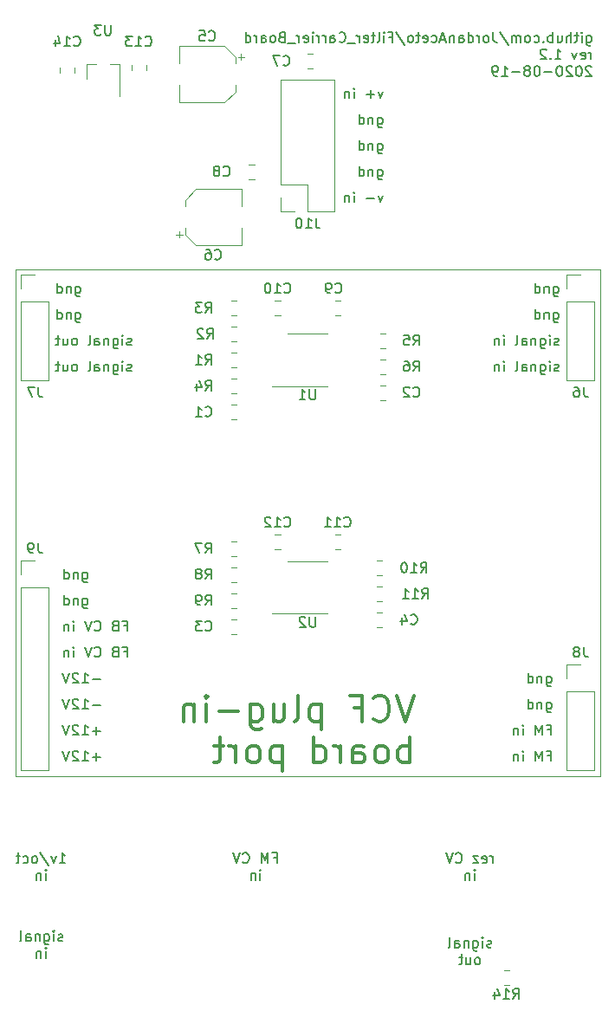
<source format=gbr>
G04 #@! TF.GenerationSoftware,KiCad,Pcbnew,5.1.6-c6e7f7d~87~ubuntu18.04.1*
G04 #@! TF.CreationDate,2020-08-19T11:35:40-04:00*
G04 #@! TF.ProjectId,filter_carrier_board,66696c74-6572-45f6-9361-72726965725f,1.2*
G04 #@! TF.SameCoordinates,Original*
G04 #@! TF.FileFunction,Legend,Bot*
G04 #@! TF.FilePolarity,Positive*
%FSLAX46Y46*%
G04 Gerber Fmt 4.6, Leading zero omitted, Abs format (unit mm)*
G04 Created by KiCad (PCBNEW 5.1.6-c6e7f7d~87~ubuntu18.04.1) date 2020-08-19 11:35:40*
%MOMM*%
%LPD*%
G01*
G04 APERTURE LIST*
%ADD10C,0.300000*%
%ADD11C,0.120000*%
%ADD12C,0.150000*%
G04 APERTURE END LIST*
D10*
X142441904Y-113445952D02*
X141608571Y-115945952D01*
X140775238Y-113445952D01*
X138513333Y-115707857D02*
X138632380Y-115826904D01*
X138989523Y-115945952D01*
X139227619Y-115945952D01*
X139584761Y-115826904D01*
X139822857Y-115588809D01*
X139941904Y-115350714D01*
X140060952Y-114874523D01*
X140060952Y-114517380D01*
X139941904Y-114041190D01*
X139822857Y-113803095D01*
X139584761Y-113565000D01*
X139227619Y-113445952D01*
X138989523Y-113445952D01*
X138632380Y-113565000D01*
X138513333Y-113684047D01*
X136608571Y-114636428D02*
X137441904Y-114636428D01*
X137441904Y-115945952D02*
X137441904Y-113445952D01*
X136251428Y-113445952D01*
X133394285Y-114279285D02*
X133394285Y-116779285D01*
X133394285Y-114398333D02*
X133156190Y-114279285D01*
X132680000Y-114279285D01*
X132441904Y-114398333D01*
X132322857Y-114517380D01*
X132203809Y-114755476D01*
X132203809Y-115469761D01*
X132322857Y-115707857D01*
X132441904Y-115826904D01*
X132680000Y-115945952D01*
X133156190Y-115945952D01*
X133394285Y-115826904D01*
X130775238Y-115945952D02*
X131013333Y-115826904D01*
X131132380Y-115588809D01*
X131132380Y-113445952D01*
X128751428Y-114279285D02*
X128751428Y-115945952D01*
X129822857Y-114279285D02*
X129822857Y-115588809D01*
X129703809Y-115826904D01*
X129465714Y-115945952D01*
X129108571Y-115945952D01*
X128870476Y-115826904D01*
X128751428Y-115707857D01*
X126489523Y-114279285D02*
X126489523Y-116303095D01*
X126608571Y-116541190D01*
X126727619Y-116660238D01*
X126965714Y-116779285D01*
X127322857Y-116779285D01*
X127560952Y-116660238D01*
X126489523Y-115826904D02*
X126727619Y-115945952D01*
X127203809Y-115945952D01*
X127441904Y-115826904D01*
X127560952Y-115707857D01*
X127680000Y-115469761D01*
X127680000Y-114755476D01*
X127560952Y-114517380D01*
X127441904Y-114398333D01*
X127203809Y-114279285D01*
X126727619Y-114279285D01*
X126489523Y-114398333D01*
X125299047Y-114993571D02*
X123394285Y-114993571D01*
X122203809Y-115945952D02*
X122203809Y-114279285D01*
X122203809Y-113445952D02*
X122322857Y-113565000D01*
X122203809Y-113684047D01*
X122084761Y-113565000D01*
X122203809Y-113445952D01*
X122203809Y-113684047D01*
X121013333Y-114279285D02*
X121013333Y-115945952D01*
X121013333Y-114517380D02*
X120894285Y-114398333D01*
X120656190Y-114279285D01*
X120299047Y-114279285D01*
X120060952Y-114398333D01*
X119941904Y-114636428D01*
X119941904Y-115945952D01*
X142084761Y-119995952D02*
X142084761Y-117495952D01*
X142084761Y-118448333D02*
X141846666Y-118329285D01*
X141370476Y-118329285D01*
X141132380Y-118448333D01*
X141013333Y-118567380D01*
X140894285Y-118805476D01*
X140894285Y-119519761D01*
X141013333Y-119757857D01*
X141132380Y-119876904D01*
X141370476Y-119995952D01*
X141846666Y-119995952D01*
X142084761Y-119876904D01*
X139465714Y-119995952D02*
X139703809Y-119876904D01*
X139822857Y-119757857D01*
X139941904Y-119519761D01*
X139941904Y-118805476D01*
X139822857Y-118567380D01*
X139703809Y-118448333D01*
X139465714Y-118329285D01*
X139108571Y-118329285D01*
X138870476Y-118448333D01*
X138751428Y-118567380D01*
X138632380Y-118805476D01*
X138632380Y-119519761D01*
X138751428Y-119757857D01*
X138870476Y-119876904D01*
X139108571Y-119995952D01*
X139465714Y-119995952D01*
X136489523Y-119995952D02*
X136489523Y-118686428D01*
X136608571Y-118448333D01*
X136846666Y-118329285D01*
X137322857Y-118329285D01*
X137560952Y-118448333D01*
X136489523Y-119876904D02*
X136727619Y-119995952D01*
X137322857Y-119995952D01*
X137560952Y-119876904D01*
X137680000Y-119638809D01*
X137680000Y-119400714D01*
X137560952Y-119162619D01*
X137322857Y-119043571D01*
X136727619Y-119043571D01*
X136489523Y-118924523D01*
X135299047Y-119995952D02*
X135299047Y-118329285D01*
X135299047Y-118805476D02*
X135180000Y-118567380D01*
X135060952Y-118448333D01*
X134822857Y-118329285D01*
X134584761Y-118329285D01*
X132680000Y-119995952D02*
X132680000Y-117495952D01*
X132680000Y-119876904D02*
X132918095Y-119995952D01*
X133394285Y-119995952D01*
X133632380Y-119876904D01*
X133751428Y-119757857D01*
X133870476Y-119519761D01*
X133870476Y-118805476D01*
X133751428Y-118567380D01*
X133632380Y-118448333D01*
X133394285Y-118329285D01*
X132918095Y-118329285D01*
X132680000Y-118448333D01*
X129584761Y-118329285D02*
X129584761Y-120829285D01*
X129584761Y-118448333D02*
X129346666Y-118329285D01*
X128870476Y-118329285D01*
X128632380Y-118448333D01*
X128513333Y-118567380D01*
X128394285Y-118805476D01*
X128394285Y-119519761D01*
X128513333Y-119757857D01*
X128632380Y-119876904D01*
X128870476Y-119995952D01*
X129346666Y-119995952D01*
X129584761Y-119876904D01*
X126965714Y-119995952D02*
X127203809Y-119876904D01*
X127322857Y-119757857D01*
X127441904Y-119519761D01*
X127441904Y-118805476D01*
X127322857Y-118567380D01*
X127203809Y-118448333D01*
X126965714Y-118329285D01*
X126608571Y-118329285D01*
X126370476Y-118448333D01*
X126251428Y-118567380D01*
X126132380Y-118805476D01*
X126132380Y-119519761D01*
X126251428Y-119757857D01*
X126370476Y-119876904D01*
X126608571Y-119995952D01*
X126965714Y-119995952D01*
X125060952Y-119995952D02*
X125060952Y-118329285D01*
X125060952Y-118805476D02*
X124941904Y-118567380D01*
X124822857Y-118448333D01*
X124584761Y-118329285D01*
X124346666Y-118329285D01*
X123870476Y-118329285D02*
X122918095Y-118329285D01*
X123513333Y-117495952D02*
X123513333Y-119638809D01*
X123394285Y-119876904D01*
X123156190Y-119995952D01*
X122918095Y-119995952D01*
D11*
X160655000Y-71755000D02*
X103505000Y-71755000D01*
X160655000Y-121285000D02*
X160655000Y-71755000D01*
X103505000Y-121285000D02*
X160655000Y-121285000D01*
X103505000Y-71755000D02*
X103505000Y-121285000D01*
D12*
X150169285Y-129802380D02*
X150169285Y-129135714D01*
X150169285Y-129326190D02*
X150121666Y-129230952D01*
X150074047Y-129183333D01*
X149978809Y-129135714D01*
X149883571Y-129135714D01*
X149169285Y-129754761D02*
X149264523Y-129802380D01*
X149455000Y-129802380D01*
X149550238Y-129754761D01*
X149597857Y-129659523D01*
X149597857Y-129278571D01*
X149550238Y-129183333D01*
X149455000Y-129135714D01*
X149264523Y-129135714D01*
X149169285Y-129183333D01*
X149121666Y-129278571D01*
X149121666Y-129373809D01*
X149597857Y-129469047D01*
X148788333Y-129135714D02*
X148264523Y-129135714D01*
X148788333Y-129802380D01*
X148264523Y-129802380D01*
X146550238Y-129707142D02*
X146597857Y-129754761D01*
X146740714Y-129802380D01*
X146835952Y-129802380D01*
X146978809Y-129754761D01*
X147074047Y-129659523D01*
X147121666Y-129564285D01*
X147169285Y-129373809D01*
X147169285Y-129230952D01*
X147121666Y-129040476D01*
X147074047Y-128945238D01*
X146978809Y-128850000D01*
X146835952Y-128802380D01*
X146740714Y-128802380D01*
X146597857Y-128850000D01*
X146550238Y-128897619D01*
X146264523Y-128802380D02*
X145931190Y-129802380D01*
X145597857Y-128802380D01*
X148407380Y-131452380D02*
X148407380Y-130785714D01*
X148407380Y-130452380D02*
X148455000Y-130500000D01*
X148407380Y-130547619D01*
X148359761Y-130500000D01*
X148407380Y-130452380D01*
X148407380Y-130547619D01*
X147931190Y-130785714D02*
X147931190Y-131452380D01*
X147931190Y-130880952D02*
X147883571Y-130833333D01*
X147788333Y-130785714D01*
X147645476Y-130785714D01*
X147550238Y-130833333D01*
X147502619Y-130928571D01*
X147502619Y-131452380D01*
X128738095Y-129278571D02*
X129071428Y-129278571D01*
X129071428Y-129802380D02*
X129071428Y-128802380D01*
X128595238Y-128802380D01*
X128214285Y-129802380D02*
X128214285Y-128802380D01*
X127880952Y-129516666D01*
X127547619Y-128802380D01*
X127547619Y-129802380D01*
X125738095Y-129707142D02*
X125785714Y-129754761D01*
X125928571Y-129802380D01*
X126023809Y-129802380D01*
X126166666Y-129754761D01*
X126261904Y-129659523D01*
X126309523Y-129564285D01*
X126357142Y-129373809D01*
X126357142Y-129230952D01*
X126309523Y-129040476D01*
X126261904Y-128945238D01*
X126166666Y-128850000D01*
X126023809Y-128802380D01*
X125928571Y-128802380D01*
X125785714Y-128850000D01*
X125738095Y-128897619D01*
X125452380Y-128802380D02*
X125119047Y-129802380D01*
X124785714Y-128802380D01*
X127452380Y-131452380D02*
X127452380Y-130785714D01*
X127452380Y-130452380D02*
X127500000Y-130500000D01*
X127452380Y-130547619D01*
X127404761Y-130500000D01*
X127452380Y-130452380D01*
X127452380Y-130547619D01*
X126976190Y-130785714D02*
X126976190Y-131452380D01*
X126976190Y-130880952D02*
X126928571Y-130833333D01*
X126833333Y-130785714D01*
X126690476Y-130785714D01*
X126595238Y-130833333D01*
X126547619Y-130928571D01*
X126547619Y-131452380D01*
X107830714Y-129802380D02*
X108402142Y-129802380D01*
X108116428Y-129802380D02*
X108116428Y-128802380D01*
X108211666Y-128945238D01*
X108306904Y-129040476D01*
X108402142Y-129088095D01*
X107497380Y-129135714D02*
X107259285Y-129802380D01*
X107021190Y-129135714D01*
X105925952Y-128754761D02*
X106783095Y-130040476D01*
X105449761Y-129802380D02*
X105545000Y-129754761D01*
X105592619Y-129707142D01*
X105640238Y-129611904D01*
X105640238Y-129326190D01*
X105592619Y-129230952D01*
X105545000Y-129183333D01*
X105449761Y-129135714D01*
X105306904Y-129135714D01*
X105211666Y-129183333D01*
X105164047Y-129230952D01*
X105116428Y-129326190D01*
X105116428Y-129611904D01*
X105164047Y-129707142D01*
X105211666Y-129754761D01*
X105306904Y-129802380D01*
X105449761Y-129802380D01*
X104259285Y-129754761D02*
X104354523Y-129802380D01*
X104545000Y-129802380D01*
X104640238Y-129754761D01*
X104687857Y-129707142D01*
X104735476Y-129611904D01*
X104735476Y-129326190D01*
X104687857Y-129230952D01*
X104640238Y-129183333D01*
X104545000Y-129135714D01*
X104354523Y-129135714D01*
X104259285Y-129183333D01*
X103973571Y-129135714D02*
X103592619Y-129135714D01*
X103830714Y-128802380D02*
X103830714Y-129659523D01*
X103783095Y-129754761D01*
X103687857Y-129802380D01*
X103592619Y-129802380D01*
X106497380Y-131452380D02*
X106497380Y-130785714D01*
X106497380Y-130452380D02*
X106545000Y-130500000D01*
X106497380Y-130547619D01*
X106449761Y-130500000D01*
X106497380Y-130452380D01*
X106497380Y-130547619D01*
X106021190Y-130785714D02*
X106021190Y-131452380D01*
X106021190Y-130880952D02*
X105973571Y-130833333D01*
X105878333Y-130785714D01*
X105735476Y-130785714D01*
X105640238Y-130833333D01*
X105592619Y-130928571D01*
X105592619Y-131452380D01*
X150026428Y-138009761D02*
X149931190Y-138057380D01*
X149740714Y-138057380D01*
X149645476Y-138009761D01*
X149597857Y-137914523D01*
X149597857Y-137866904D01*
X149645476Y-137771666D01*
X149740714Y-137724047D01*
X149883571Y-137724047D01*
X149978809Y-137676428D01*
X150026428Y-137581190D01*
X150026428Y-137533571D01*
X149978809Y-137438333D01*
X149883571Y-137390714D01*
X149740714Y-137390714D01*
X149645476Y-137438333D01*
X149169285Y-138057380D02*
X149169285Y-137390714D01*
X149169285Y-137057380D02*
X149216904Y-137105000D01*
X149169285Y-137152619D01*
X149121666Y-137105000D01*
X149169285Y-137057380D01*
X149169285Y-137152619D01*
X148264523Y-137390714D02*
X148264523Y-138200238D01*
X148312142Y-138295476D01*
X148359761Y-138343095D01*
X148455000Y-138390714D01*
X148597857Y-138390714D01*
X148693095Y-138343095D01*
X148264523Y-138009761D02*
X148359761Y-138057380D01*
X148550238Y-138057380D01*
X148645476Y-138009761D01*
X148693095Y-137962142D01*
X148740714Y-137866904D01*
X148740714Y-137581190D01*
X148693095Y-137485952D01*
X148645476Y-137438333D01*
X148550238Y-137390714D01*
X148359761Y-137390714D01*
X148264523Y-137438333D01*
X147788333Y-137390714D02*
X147788333Y-138057380D01*
X147788333Y-137485952D02*
X147740714Y-137438333D01*
X147645476Y-137390714D01*
X147502619Y-137390714D01*
X147407380Y-137438333D01*
X147359761Y-137533571D01*
X147359761Y-138057380D01*
X146455000Y-138057380D02*
X146455000Y-137533571D01*
X146502619Y-137438333D01*
X146597857Y-137390714D01*
X146788333Y-137390714D01*
X146883571Y-137438333D01*
X146455000Y-138009761D02*
X146550238Y-138057380D01*
X146788333Y-138057380D01*
X146883571Y-138009761D01*
X146931190Y-137914523D01*
X146931190Y-137819285D01*
X146883571Y-137724047D01*
X146788333Y-137676428D01*
X146550238Y-137676428D01*
X146455000Y-137628809D01*
X145835952Y-138057380D02*
X145931190Y-138009761D01*
X145978809Y-137914523D01*
X145978809Y-137057380D01*
X148764523Y-139707380D02*
X148859761Y-139659761D01*
X148907380Y-139612142D01*
X148955000Y-139516904D01*
X148955000Y-139231190D01*
X148907380Y-139135952D01*
X148859761Y-139088333D01*
X148764523Y-139040714D01*
X148621666Y-139040714D01*
X148526428Y-139088333D01*
X148478809Y-139135952D01*
X148431190Y-139231190D01*
X148431190Y-139516904D01*
X148478809Y-139612142D01*
X148526428Y-139659761D01*
X148621666Y-139707380D01*
X148764523Y-139707380D01*
X147574047Y-139040714D02*
X147574047Y-139707380D01*
X148002619Y-139040714D02*
X148002619Y-139564523D01*
X147955000Y-139659761D01*
X147859761Y-139707380D01*
X147716904Y-139707380D01*
X147621666Y-139659761D01*
X147574047Y-139612142D01*
X147240714Y-139040714D02*
X146859761Y-139040714D01*
X147097857Y-138707380D02*
X147097857Y-139564523D01*
X147050238Y-139659761D01*
X146955000Y-139707380D01*
X146859761Y-139707380D01*
X108116428Y-137374761D02*
X108021190Y-137422380D01*
X107830714Y-137422380D01*
X107735476Y-137374761D01*
X107687857Y-137279523D01*
X107687857Y-137231904D01*
X107735476Y-137136666D01*
X107830714Y-137089047D01*
X107973571Y-137089047D01*
X108068809Y-137041428D01*
X108116428Y-136946190D01*
X108116428Y-136898571D01*
X108068809Y-136803333D01*
X107973571Y-136755714D01*
X107830714Y-136755714D01*
X107735476Y-136803333D01*
X107259285Y-137422380D02*
X107259285Y-136755714D01*
X107259285Y-136422380D02*
X107306904Y-136470000D01*
X107259285Y-136517619D01*
X107211666Y-136470000D01*
X107259285Y-136422380D01*
X107259285Y-136517619D01*
X106354523Y-136755714D02*
X106354523Y-137565238D01*
X106402142Y-137660476D01*
X106449761Y-137708095D01*
X106545000Y-137755714D01*
X106687857Y-137755714D01*
X106783095Y-137708095D01*
X106354523Y-137374761D02*
X106449761Y-137422380D01*
X106640238Y-137422380D01*
X106735476Y-137374761D01*
X106783095Y-137327142D01*
X106830714Y-137231904D01*
X106830714Y-136946190D01*
X106783095Y-136850952D01*
X106735476Y-136803333D01*
X106640238Y-136755714D01*
X106449761Y-136755714D01*
X106354523Y-136803333D01*
X105878333Y-136755714D02*
X105878333Y-137422380D01*
X105878333Y-136850952D02*
X105830714Y-136803333D01*
X105735476Y-136755714D01*
X105592619Y-136755714D01*
X105497380Y-136803333D01*
X105449761Y-136898571D01*
X105449761Y-137422380D01*
X104545000Y-137422380D02*
X104545000Y-136898571D01*
X104592619Y-136803333D01*
X104687857Y-136755714D01*
X104878333Y-136755714D01*
X104973571Y-136803333D01*
X104545000Y-137374761D02*
X104640238Y-137422380D01*
X104878333Y-137422380D01*
X104973571Y-137374761D01*
X105021190Y-137279523D01*
X105021190Y-137184285D01*
X104973571Y-137089047D01*
X104878333Y-137041428D01*
X104640238Y-137041428D01*
X104545000Y-136993809D01*
X103925952Y-137422380D02*
X104021190Y-137374761D01*
X104068809Y-137279523D01*
X104068809Y-136422380D01*
X106497380Y-139072380D02*
X106497380Y-138405714D01*
X106497380Y-138072380D02*
X106545000Y-138120000D01*
X106497380Y-138167619D01*
X106449761Y-138120000D01*
X106497380Y-138072380D01*
X106497380Y-138167619D01*
X106021190Y-138405714D02*
X106021190Y-139072380D01*
X106021190Y-138500952D02*
X105973571Y-138453333D01*
X105878333Y-138405714D01*
X105735476Y-138405714D01*
X105640238Y-138453333D01*
X105592619Y-138548571D01*
X105592619Y-139072380D01*
X139459642Y-64555714D02*
X139221547Y-65222380D01*
X138983452Y-64555714D01*
X138602500Y-64841428D02*
X137840595Y-64841428D01*
X136602500Y-65222380D02*
X136602500Y-64555714D01*
X136602500Y-64222380D02*
X136650119Y-64270000D01*
X136602500Y-64317619D01*
X136554880Y-64270000D01*
X136602500Y-64222380D01*
X136602500Y-64317619D01*
X136126309Y-64555714D02*
X136126309Y-65222380D01*
X136126309Y-64650952D02*
X136078690Y-64603333D01*
X135983452Y-64555714D01*
X135840595Y-64555714D01*
X135745357Y-64603333D01*
X135697738Y-64698571D01*
X135697738Y-65222380D01*
X138935833Y-62015714D02*
X138935833Y-62825238D01*
X138983452Y-62920476D01*
X139031071Y-62968095D01*
X139126309Y-63015714D01*
X139269166Y-63015714D01*
X139364404Y-62968095D01*
X138935833Y-62634761D02*
X139031071Y-62682380D01*
X139221547Y-62682380D01*
X139316785Y-62634761D01*
X139364404Y-62587142D01*
X139412023Y-62491904D01*
X139412023Y-62206190D01*
X139364404Y-62110952D01*
X139316785Y-62063333D01*
X139221547Y-62015714D01*
X139031071Y-62015714D01*
X138935833Y-62063333D01*
X138459642Y-62015714D02*
X138459642Y-62682380D01*
X138459642Y-62110952D02*
X138412023Y-62063333D01*
X138316785Y-62015714D01*
X138173928Y-62015714D01*
X138078690Y-62063333D01*
X138031071Y-62158571D01*
X138031071Y-62682380D01*
X137126309Y-62682380D02*
X137126309Y-61682380D01*
X137126309Y-62634761D02*
X137221547Y-62682380D01*
X137412023Y-62682380D01*
X137507261Y-62634761D01*
X137554880Y-62587142D01*
X137602500Y-62491904D01*
X137602500Y-62206190D01*
X137554880Y-62110952D01*
X137507261Y-62063333D01*
X137412023Y-62015714D01*
X137221547Y-62015714D01*
X137126309Y-62063333D01*
X138935833Y-59475714D02*
X138935833Y-60285238D01*
X138983452Y-60380476D01*
X139031071Y-60428095D01*
X139126309Y-60475714D01*
X139269166Y-60475714D01*
X139364404Y-60428095D01*
X138935833Y-60094761D02*
X139031071Y-60142380D01*
X139221547Y-60142380D01*
X139316785Y-60094761D01*
X139364404Y-60047142D01*
X139412023Y-59951904D01*
X139412023Y-59666190D01*
X139364404Y-59570952D01*
X139316785Y-59523333D01*
X139221547Y-59475714D01*
X139031071Y-59475714D01*
X138935833Y-59523333D01*
X138459642Y-59475714D02*
X138459642Y-60142380D01*
X138459642Y-59570952D02*
X138412023Y-59523333D01*
X138316785Y-59475714D01*
X138173928Y-59475714D01*
X138078690Y-59523333D01*
X138031071Y-59618571D01*
X138031071Y-60142380D01*
X137126309Y-60142380D02*
X137126309Y-59142380D01*
X137126309Y-60094761D02*
X137221547Y-60142380D01*
X137412023Y-60142380D01*
X137507261Y-60094761D01*
X137554880Y-60047142D01*
X137602500Y-59951904D01*
X137602500Y-59666190D01*
X137554880Y-59570952D01*
X137507261Y-59523333D01*
X137412023Y-59475714D01*
X137221547Y-59475714D01*
X137126309Y-59523333D01*
X138935833Y-56935714D02*
X138935833Y-57745238D01*
X138983452Y-57840476D01*
X139031071Y-57888095D01*
X139126309Y-57935714D01*
X139269166Y-57935714D01*
X139364404Y-57888095D01*
X138935833Y-57554761D02*
X139031071Y-57602380D01*
X139221547Y-57602380D01*
X139316785Y-57554761D01*
X139364404Y-57507142D01*
X139412023Y-57411904D01*
X139412023Y-57126190D01*
X139364404Y-57030952D01*
X139316785Y-56983333D01*
X139221547Y-56935714D01*
X139031071Y-56935714D01*
X138935833Y-56983333D01*
X138459642Y-56935714D02*
X138459642Y-57602380D01*
X138459642Y-57030952D02*
X138412023Y-56983333D01*
X138316785Y-56935714D01*
X138173928Y-56935714D01*
X138078690Y-56983333D01*
X138031071Y-57078571D01*
X138031071Y-57602380D01*
X137126309Y-57602380D02*
X137126309Y-56602380D01*
X137126309Y-57554761D02*
X137221547Y-57602380D01*
X137412023Y-57602380D01*
X137507261Y-57554761D01*
X137554880Y-57507142D01*
X137602500Y-57411904D01*
X137602500Y-57126190D01*
X137554880Y-57030952D01*
X137507261Y-56983333D01*
X137412023Y-56935714D01*
X137221547Y-56935714D01*
X137126309Y-56983333D01*
X139459642Y-54395714D02*
X139221547Y-55062380D01*
X138983452Y-54395714D01*
X138602500Y-54681428D02*
X137840595Y-54681428D01*
X138221547Y-55062380D02*
X138221547Y-54300476D01*
X136602500Y-55062380D02*
X136602500Y-54395714D01*
X136602500Y-54062380D02*
X136650119Y-54110000D01*
X136602500Y-54157619D01*
X136554880Y-54110000D01*
X136602500Y-54062380D01*
X136602500Y-54157619D01*
X136126309Y-54395714D02*
X136126309Y-55062380D01*
X136126309Y-54490952D02*
X136078690Y-54443333D01*
X135983452Y-54395714D01*
X135840595Y-54395714D01*
X135745357Y-54443333D01*
X135697738Y-54538571D01*
X135697738Y-55062380D01*
X155541071Y-119308571D02*
X155874404Y-119308571D01*
X155874404Y-119832380D02*
X155874404Y-118832380D01*
X155398214Y-118832380D01*
X155017261Y-119832380D02*
X155017261Y-118832380D01*
X154683928Y-119546666D01*
X154350595Y-118832380D01*
X154350595Y-119832380D01*
X153112500Y-119832380D02*
X153112500Y-119165714D01*
X153112500Y-118832380D02*
X153160119Y-118880000D01*
X153112500Y-118927619D01*
X153064880Y-118880000D01*
X153112500Y-118832380D01*
X153112500Y-118927619D01*
X152636309Y-119165714D02*
X152636309Y-119832380D01*
X152636309Y-119260952D02*
X152588690Y-119213333D01*
X152493452Y-119165714D01*
X152350595Y-119165714D01*
X152255357Y-119213333D01*
X152207738Y-119308571D01*
X152207738Y-119832380D01*
X159353928Y-48935714D02*
X159353928Y-49745238D01*
X159401547Y-49840476D01*
X159449166Y-49888095D01*
X159544404Y-49935714D01*
X159687261Y-49935714D01*
X159782499Y-49888095D01*
X159353928Y-49554761D02*
X159449166Y-49602380D01*
X159639642Y-49602380D01*
X159734880Y-49554761D01*
X159782499Y-49507142D01*
X159830118Y-49411904D01*
X159830118Y-49126190D01*
X159782499Y-49030952D01*
X159734880Y-48983333D01*
X159639642Y-48935714D01*
X159449166Y-48935714D01*
X159353928Y-48983333D01*
X158877737Y-49602380D02*
X158877737Y-48935714D01*
X158877737Y-48602380D02*
X158925356Y-48650000D01*
X158877737Y-48697619D01*
X158830118Y-48650000D01*
X158877737Y-48602380D01*
X158877737Y-48697619D01*
X158544404Y-48935714D02*
X158163452Y-48935714D01*
X158401547Y-48602380D02*
X158401547Y-49459523D01*
X158353928Y-49554761D01*
X158258690Y-49602380D01*
X158163452Y-49602380D01*
X157830118Y-49602380D02*
X157830118Y-48602380D01*
X157401547Y-49602380D02*
X157401547Y-49078571D01*
X157449166Y-48983333D01*
X157544404Y-48935714D01*
X157687261Y-48935714D01*
X157782499Y-48983333D01*
X157830118Y-49030952D01*
X156496785Y-48935714D02*
X156496785Y-49602380D01*
X156925356Y-48935714D02*
X156925356Y-49459523D01*
X156877737Y-49554761D01*
X156782499Y-49602380D01*
X156639642Y-49602380D01*
X156544404Y-49554761D01*
X156496785Y-49507142D01*
X156020595Y-49602380D02*
X156020595Y-48602380D01*
X156020595Y-48983333D02*
X155925356Y-48935714D01*
X155734880Y-48935714D01*
X155639642Y-48983333D01*
X155592023Y-49030952D01*
X155544404Y-49126190D01*
X155544404Y-49411904D01*
X155592023Y-49507142D01*
X155639642Y-49554761D01*
X155734880Y-49602380D01*
X155925356Y-49602380D01*
X156020595Y-49554761D01*
X155115833Y-49507142D02*
X155068214Y-49554761D01*
X155115833Y-49602380D01*
X155163452Y-49554761D01*
X155115833Y-49507142D01*
X155115833Y-49602380D01*
X154211071Y-49554761D02*
X154306309Y-49602380D01*
X154496785Y-49602380D01*
X154592023Y-49554761D01*
X154639642Y-49507142D01*
X154687261Y-49411904D01*
X154687261Y-49126190D01*
X154639642Y-49030952D01*
X154592023Y-48983333D01*
X154496785Y-48935714D01*
X154306309Y-48935714D01*
X154211071Y-48983333D01*
X153639642Y-49602380D02*
X153734880Y-49554761D01*
X153782499Y-49507142D01*
X153830118Y-49411904D01*
X153830118Y-49126190D01*
X153782499Y-49030952D01*
X153734880Y-48983333D01*
X153639642Y-48935714D01*
X153496785Y-48935714D01*
X153401547Y-48983333D01*
X153353928Y-49030952D01*
X153306309Y-49126190D01*
X153306309Y-49411904D01*
X153353928Y-49507142D01*
X153401547Y-49554761D01*
X153496785Y-49602380D01*
X153639642Y-49602380D01*
X152877737Y-49602380D02*
X152877737Y-48935714D01*
X152877737Y-49030952D02*
X152830118Y-48983333D01*
X152734880Y-48935714D01*
X152592023Y-48935714D01*
X152496785Y-48983333D01*
X152449166Y-49078571D01*
X152449166Y-49602380D01*
X152449166Y-49078571D02*
X152401547Y-48983333D01*
X152306309Y-48935714D01*
X152163452Y-48935714D01*
X152068214Y-48983333D01*
X152020595Y-49078571D01*
X152020595Y-49602380D01*
X150830118Y-48554761D02*
X151687261Y-49840476D01*
X150211071Y-48602380D02*
X150211071Y-49316666D01*
X150258690Y-49459523D01*
X150353928Y-49554761D01*
X150496785Y-49602380D01*
X150592023Y-49602380D01*
X149592023Y-49602380D02*
X149687261Y-49554761D01*
X149734880Y-49507142D01*
X149782499Y-49411904D01*
X149782499Y-49126190D01*
X149734880Y-49030952D01*
X149687261Y-48983333D01*
X149592023Y-48935714D01*
X149449166Y-48935714D01*
X149353928Y-48983333D01*
X149306309Y-49030952D01*
X149258690Y-49126190D01*
X149258690Y-49411904D01*
X149306309Y-49507142D01*
X149353928Y-49554761D01*
X149449166Y-49602380D01*
X149592023Y-49602380D01*
X148830118Y-49602380D02*
X148830118Y-48935714D01*
X148830118Y-49126190D02*
X148782499Y-49030952D01*
X148734880Y-48983333D01*
X148639642Y-48935714D01*
X148544404Y-48935714D01*
X147782499Y-49602380D02*
X147782499Y-48602380D01*
X147782499Y-49554761D02*
X147877737Y-49602380D01*
X148068214Y-49602380D01*
X148163452Y-49554761D01*
X148211071Y-49507142D01*
X148258690Y-49411904D01*
X148258690Y-49126190D01*
X148211071Y-49030952D01*
X148163452Y-48983333D01*
X148068214Y-48935714D01*
X147877737Y-48935714D01*
X147782499Y-48983333D01*
X146877737Y-49602380D02*
X146877737Y-49078571D01*
X146925356Y-48983333D01*
X147020595Y-48935714D01*
X147211071Y-48935714D01*
X147306309Y-48983333D01*
X146877737Y-49554761D02*
X146972975Y-49602380D01*
X147211071Y-49602380D01*
X147306309Y-49554761D01*
X147353928Y-49459523D01*
X147353928Y-49364285D01*
X147306309Y-49269047D01*
X147211071Y-49221428D01*
X146972975Y-49221428D01*
X146877737Y-49173809D01*
X146401547Y-48935714D02*
X146401547Y-49602380D01*
X146401547Y-49030952D02*
X146353928Y-48983333D01*
X146258690Y-48935714D01*
X146115833Y-48935714D01*
X146020595Y-48983333D01*
X145972975Y-49078571D01*
X145972975Y-49602380D01*
X145544404Y-49316666D02*
X145068214Y-49316666D01*
X145639642Y-49602380D02*
X145306309Y-48602380D01*
X144972975Y-49602380D01*
X144211071Y-49554761D02*
X144306309Y-49602380D01*
X144496785Y-49602380D01*
X144592023Y-49554761D01*
X144639642Y-49507142D01*
X144687261Y-49411904D01*
X144687261Y-49126190D01*
X144639642Y-49030952D01*
X144592023Y-48983333D01*
X144496785Y-48935714D01*
X144306309Y-48935714D01*
X144211071Y-48983333D01*
X143401547Y-49554761D02*
X143496785Y-49602380D01*
X143687261Y-49602380D01*
X143782499Y-49554761D01*
X143830118Y-49459523D01*
X143830118Y-49078571D01*
X143782499Y-48983333D01*
X143687261Y-48935714D01*
X143496785Y-48935714D01*
X143401547Y-48983333D01*
X143353928Y-49078571D01*
X143353928Y-49173809D01*
X143830118Y-49269047D01*
X143068214Y-48935714D02*
X142687261Y-48935714D01*
X142925356Y-48602380D02*
X142925356Y-49459523D01*
X142877737Y-49554761D01*
X142782499Y-49602380D01*
X142687261Y-49602380D01*
X142211071Y-49602380D02*
X142306309Y-49554761D01*
X142353928Y-49507142D01*
X142401547Y-49411904D01*
X142401547Y-49126190D01*
X142353928Y-49030952D01*
X142306309Y-48983333D01*
X142211071Y-48935714D01*
X142068214Y-48935714D01*
X141972975Y-48983333D01*
X141925356Y-49030952D01*
X141877737Y-49126190D01*
X141877737Y-49411904D01*
X141925356Y-49507142D01*
X141972975Y-49554761D01*
X142068214Y-49602380D01*
X142211071Y-49602380D01*
X140734880Y-48554761D02*
X141592023Y-49840476D01*
X140068214Y-49078571D02*
X140401547Y-49078571D01*
X140401547Y-49602380D02*
X140401547Y-48602380D01*
X139925356Y-48602380D01*
X139544404Y-49602380D02*
X139544404Y-48935714D01*
X139544404Y-48602380D02*
X139592023Y-48650000D01*
X139544404Y-48697619D01*
X139496785Y-48650000D01*
X139544404Y-48602380D01*
X139544404Y-48697619D01*
X138925356Y-49602380D02*
X139020595Y-49554761D01*
X139068214Y-49459523D01*
X139068214Y-48602380D01*
X138687261Y-48935714D02*
X138306309Y-48935714D01*
X138544404Y-48602380D02*
X138544404Y-49459523D01*
X138496785Y-49554761D01*
X138401547Y-49602380D01*
X138306309Y-49602380D01*
X137592023Y-49554761D02*
X137687261Y-49602380D01*
X137877737Y-49602380D01*
X137972975Y-49554761D01*
X138020595Y-49459523D01*
X138020595Y-49078571D01*
X137972975Y-48983333D01*
X137877737Y-48935714D01*
X137687261Y-48935714D01*
X137592023Y-48983333D01*
X137544404Y-49078571D01*
X137544404Y-49173809D01*
X138020595Y-49269047D01*
X137115833Y-49602380D02*
X137115833Y-48935714D01*
X137115833Y-49126190D02*
X137068214Y-49030952D01*
X137020595Y-48983333D01*
X136925356Y-48935714D01*
X136830118Y-48935714D01*
X136734880Y-49697619D02*
X135972975Y-49697619D01*
X135163452Y-49507142D02*
X135211071Y-49554761D01*
X135353928Y-49602380D01*
X135449166Y-49602380D01*
X135592023Y-49554761D01*
X135687261Y-49459523D01*
X135734880Y-49364285D01*
X135782499Y-49173809D01*
X135782499Y-49030952D01*
X135734880Y-48840476D01*
X135687261Y-48745238D01*
X135592023Y-48650000D01*
X135449166Y-48602380D01*
X135353928Y-48602380D01*
X135211071Y-48650000D01*
X135163452Y-48697619D01*
X134306309Y-49602380D02*
X134306309Y-49078571D01*
X134353928Y-48983333D01*
X134449166Y-48935714D01*
X134639642Y-48935714D01*
X134734880Y-48983333D01*
X134306309Y-49554761D02*
X134401547Y-49602380D01*
X134639642Y-49602380D01*
X134734880Y-49554761D01*
X134782499Y-49459523D01*
X134782499Y-49364285D01*
X134734880Y-49269047D01*
X134639642Y-49221428D01*
X134401547Y-49221428D01*
X134306309Y-49173809D01*
X133830118Y-49602380D02*
X133830118Y-48935714D01*
X133830118Y-49126190D02*
X133782499Y-49030952D01*
X133734880Y-48983333D01*
X133639642Y-48935714D01*
X133544404Y-48935714D01*
X133211071Y-49602380D02*
X133211071Y-48935714D01*
X133211071Y-49126190D02*
X133163452Y-49030952D01*
X133115833Y-48983333D01*
X133020595Y-48935714D01*
X132925356Y-48935714D01*
X132592023Y-49602380D02*
X132592023Y-48935714D01*
X132592023Y-48602380D02*
X132639642Y-48650000D01*
X132592023Y-48697619D01*
X132544404Y-48650000D01*
X132592023Y-48602380D01*
X132592023Y-48697619D01*
X131734880Y-49554761D02*
X131830118Y-49602380D01*
X132020595Y-49602380D01*
X132115833Y-49554761D01*
X132163452Y-49459523D01*
X132163452Y-49078571D01*
X132115833Y-48983333D01*
X132020595Y-48935714D01*
X131830118Y-48935714D01*
X131734880Y-48983333D01*
X131687261Y-49078571D01*
X131687261Y-49173809D01*
X132163452Y-49269047D01*
X131258690Y-49602380D02*
X131258690Y-48935714D01*
X131258690Y-49126190D02*
X131211071Y-49030952D01*
X131163452Y-48983333D01*
X131068214Y-48935714D01*
X130972975Y-48935714D01*
X130877737Y-49697619D02*
X130115833Y-49697619D01*
X129544404Y-49078571D02*
X129401547Y-49126190D01*
X129353928Y-49173809D01*
X129306309Y-49269047D01*
X129306309Y-49411904D01*
X129353928Y-49507142D01*
X129401547Y-49554761D01*
X129496785Y-49602380D01*
X129877737Y-49602380D01*
X129877737Y-48602380D01*
X129544404Y-48602380D01*
X129449166Y-48650000D01*
X129401547Y-48697619D01*
X129353928Y-48792857D01*
X129353928Y-48888095D01*
X129401547Y-48983333D01*
X129449166Y-49030952D01*
X129544404Y-49078571D01*
X129877737Y-49078571D01*
X128734880Y-49602380D02*
X128830118Y-49554761D01*
X128877737Y-49507142D01*
X128925356Y-49411904D01*
X128925356Y-49126190D01*
X128877737Y-49030952D01*
X128830118Y-48983333D01*
X128734880Y-48935714D01*
X128592023Y-48935714D01*
X128496785Y-48983333D01*
X128449166Y-49030952D01*
X128401547Y-49126190D01*
X128401547Y-49411904D01*
X128449166Y-49507142D01*
X128496785Y-49554761D01*
X128592023Y-49602380D01*
X128734880Y-49602380D01*
X127544404Y-49602380D02*
X127544404Y-49078571D01*
X127592023Y-48983333D01*
X127687261Y-48935714D01*
X127877737Y-48935714D01*
X127972975Y-48983333D01*
X127544404Y-49554761D02*
X127639642Y-49602380D01*
X127877737Y-49602380D01*
X127972975Y-49554761D01*
X128020595Y-49459523D01*
X128020595Y-49364285D01*
X127972975Y-49269047D01*
X127877737Y-49221428D01*
X127639642Y-49221428D01*
X127544404Y-49173809D01*
X127068214Y-49602380D02*
X127068214Y-48935714D01*
X127068214Y-49126190D02*
X127020595Y-49030952D01*
X126972975Y-48983333D01*
X126877737Y-48935714D01*
X126782499Y-48935714D01*
X126020595Y-49602380D02*
X126020595Y-48602380D01*
X126020595Y-49554761D02*
X126115833Y-49602380D01*
X126306309Y-49602380D01*
X126401547Y-49554761D01*
X126449166Y-49507142D01*
X126496785Y-49411904D01*
X126496785Y-49126190D01*
X126449166Y-49030952D01*
X126401547Y-48983333D01*
X126306309Y-48935714D01*
X126115833Y-48935714D01*
X126020595Y-48983333D01*
X159782499Y-51252380D02*
X159782499Y-50585714D01*
X159782499Y-50776190D02*
X159734880Y-50680952D01*
X159687261Y-50633333D01*
X159592023Y-50585714D01*
X159496785Y-50585714D01*
X158782499Y-51204761D02*
X158877737Y-51252380D01*
X159068214Y-51252380D01*
X159163452Y-51204761D01*
X159211071Y-51109523D01*
X159211071Y-50728571D01*
X159163452Y-50633333D01*
X159068214Y-50585714D01*
X158877737Y-50585714D01*
X158782499Y-50633333D01*
X158734880Y-50728571D01*
X158734880Y-50823809D01*
X159211071Y-50919047D01*
X158401547Y-50585714D02*
X158163452Y-51252380D01*
X157925356Y-50585714D01*
X156258690Y-51252380D02*
X156830118Y-51252380D01*
X156544404Y-51252380D02*
X156544404Y-50252380D01*
X156639642Y-50395238D01*
X156734880Y-50490476D01*
X156830118Y-50538095D01*
X155830118Y-51157142D02*
X155782499Y-51204761D01*
X155830118Y-51252380D01*
X155877737Y-51204761D01*
X155830118Y-51157142D01*
X155830118Y-51252380D01*
X155401547Y-50347619D02*
X155353928Y-50300000D01*
X155258690Y-50252380D01*
X155020595Y-50252380D01*
X154925356Y-50300000D01*
X154877737Y-50347619D01*
X154830118Y-50442857D01*
X154830118Y-50538095D01*
X154877737Y-50680952D01*
X155449166Y-51252380D01*
X154830118Y-51252380D01*
X159830118Y-51997619D02*
X159782499Y-51950000D01*
X159687261Y-51902380D01*
X159449166Y-51902380D01*
X159353928Y-51950000D01*
X159306309Y-51997619D01*
X159258690Y-52092857D01*
X159258690Y-52188095D01*
X159306309Y-52330952D01*
X159877737Y-52902380D01*
X159258690Y-52902380D01*
X158639642Y-51902380D02*
X158544404Y-51902380D01*
X158449166Y-51950000D01*
X158401547Y-51997619D01*
X158353928Y-52092857D01*
X158306309Y-52283333D01*
X158306309Y-52521428D01*
X158353928Y-52711904D01*
X158401547Y-52807142D01*
X158449166Y-52854761D01*
X158544404Y-52902380D01*
X158639642Y-52902380D01*
X158734880Y-52854761D01*
X158782499Y-52807142D01*
X158830118Y-52711904D01*
X158877737Y-52521428D01*
X158877737Y-52283333D01*
X158830118Y-52092857D01*
X158782499Y-51997619D01*
X158734880Y-51950000D01*
X158639642Y-51902380D01*
X157925356Y-51997619D02*
X157877737Y-51950000D01*
X157782499Y-51902380D01*
X157544404Y-51902380D01*
X157449166Y-51950000D01*
X157401547Y-51997619D01*
X157353928Y-52092857D01*
X157353928Y-52188095D01*
X157401547Y-52330952D01*
X157972975Y-52902380D01*
X157353928Y-52902380D01*
X156734880Y-51902380D02*
X156639642Y-51902380D01*
X156544404Y-51950000D01*
X156496785Y-51997619D01*
X156449166Y-52092857D01*
X156401547Y-52283333D01*
X156401547Y-52521428D01*
X156449166Y-52711904D01*
X156496785Y-52807142D01*
X156544404Y-52854761D01*
X156639642Y-52902380D01*
X156734880Y-52902380D01*
X156830118Y-52854761D01*
X156877737Y-52807142D01*
X156925356Y-52711904D01*
X156972975Y-52521428D01*
X156972975Y-52283333D01*
X156925356Y-52092857D01*
X156877737Y-51997619D01*
X156830118Y-51950000D01*
X156734880Y-51902380D01*
X155972975Y-52521428D02*
X155211071Y-52521428D01*
X154544404Y-51902380D02*
X154449166Y-51902380D01*
X154353928Y-51950000D01*
X154306309Y-51997619D01*
X154258690Y-52092857D01*
X154211071Y-52283333D01*
X154211071Y-52521428D01*
X154258690Y-52711904D01*
X154306309Y-52807142D01*
X154353928Y-52854761D01*
X154449166Y-52902380D01*
X154544404Y-52902380D01*
X154639642Y-52854761D01*
X154687261Y-52807142D01*
X154734880Y-52711904D01*
X154782499Y-52521428D01*
X154782499Y-52283333D01*
X154734880Y-52092857D01*
X154687261Y-51997619D01*
X154639642Y-51950000D01*
X154544404Y-51902380D01*
X153639642Y-52330952D02*
X153734880Y-52283333D01*
X153782499Y-52235714D01*
X153830118Y-52140476D01*
X153830118Y-52092857D01*
X153782499Y-51997619D01*
X153734880Y-51950000D01*
X153639642Y-51902380D01*
X153449166Y-51902380D01*
X153353928Y-51950000D01*
X153306309Y-51997619D01*
X153258690Y-52092857D01*
X153258690Y-52140476D01*
X153306309Y-52235714D01*
X153353928Y-52283333D01*
X153449166Y-52330952D01*
X153639642Y-52330952D01*
X153734880Y-52378571D01*
X153782499Y-52426190D01*
X153830118Y-52521428D01*
X153830118Y-52711904D01*
X153782499Y-52807142D01*
X153734880Y-52854761D01*
X153639642Y-52902380D01*
X153449166Y-52902380D01*
X153353928Y-52854761D01*
X153306309Y-52807142D01*
X153258690Y-52711904D01*
X153258690Y-52521428D01*
X153306309Y-52426190D01*
X153353928Y-52378571D01*
X153449166Y-52330952D01*
X152830118Y-52521428D02*
X152068214Y-52521428D01*
X151068214Y-52902380D02*
X151639642Y-52902380D01*
X151353928Y-52902380D02*
X151353928Y-51902380D01*
X151449166Y-52045238D01*
X151544404Y-52140476D01*
X151639642Y-52188095D01*
X150592023Y-52902380D02*
X150401547Y-52902380D01*
X150306309Y-52854761D01*
X150258690Y-52807142D01*
X150163452Y-52664285D01*
X150115833Y-52473809D01*
X150115833Y-52092857D01*
X150163452Y-51997619D01*
X150211071Y-51950000D01*
X150306309Y-51902380D01*
X150496785Y-51902380D01*
X150592023Y-51950000D01*
X150639642Y-51997619D01*
X150687261Y-52092857D01*
X150687261Y-52330952D01*
X150639642Y-52426190D01*
X150592023Y-52473809D01*
X150496785Y-52521428D01*
X150306309Y-52521428D01*
X150211071Y-52473809D01*
X150163452Y-52426190D01*
X150115833Y-52330952D01*
X111809404Y-119451428D02*
X111047500Y-119451428D01*
X111428452Y-119832380D02*
X111428452Y-119070476D01*
X110047500Y-119832380D02*
X110618928Y-119832380D01*
X110333214Y-119832380D02*
X110333214Y-118832380D01*
X110428452Y-118975238D01*
X110523690Y-119070476D01*
X110618928Y-119118095D01*
X109666547Y-118927619D02*
X109618928Y-118880000D01*
X109523690Y-118832380D01*
X109285595Y-118832380D01*
X109190357Y-118880000D01*
X109142738Y-118927619D01*
X109095119Y-119022857D01*
X109095119Y-119118095D01*
X109142738Y-119260952D01*
X109714166Y-119832380D01*
X109095119Y-119832380D01*
X108809404Y-118832380D02*
X108476071Y-119832380D01*
X108142738Y-118832380D01*
X111809404Y-116911428D02*
X111047500Y-116911428D01*
X111428452Y-117292380D02*
X111428452Y-116530476D01*
X110047500Y-117292380D02*
X110618928Y-117292380D01*
X110333214Y-117292380D02*
X110333214Y-116292380D01*
X110428452Y-116435238D01*
X110523690Y-116530476D01*
X110618928Y-116578095D01*
X109666547Y-116387619D02*
X109618928Y-116340000D01*
X109523690Y-116292380D01*
X109285595Y-116292380D01*
X109190357Y-116340000D01*
X109142738Y-116387619D01*
X109095119Y-116482857D01*
X109095119Y-116578095D01*
X109142738Y-116720952D01*
X109714166Y-117292380D01*
X109095119Y-117292380D01*
X108809404Y-116292380D02*
X108476071Y-117292380D01*
X108142738Y-116292380D01*
X111809404Y-114371428D02*
X111047500Y-114371428D01*
X110047500Y-114752380D02*
X110618928Y-114752380D01*
X110333214Y-114752380D02*
X110333214Y-113752380D01*
X110428452Y-113895238D01*
X110523690Y-113990476D01*
X110618928Y-114038095D01*
X109666547Y-113847619D02*
X109618928Y-113800000D01*
X109523690Y-113752380D01*
X109285595Y-113752380D01*
X109190357Y-113800000D01*
X109142738Y-113847619D01*
X109095119Y-113942857D01*
X109095119Y-114038095D01*
X109142738Y-114180952D01*
X109714166Y-114752380D01*
X109095119Y-114752380D01*
X108809404Y-113752380D02*
X108476071Y-114752380D01*
X108142738Y-113752380D01*
X111809404Y-111831428D02*
X111047500Y-111831428D01*
X110047500Y-112212380D02*
X110618928Y-112212380D01*
X110333214Y-112212380D02*
X110333214Y-111212380D01*
X110428452Y-111355238D01*
X110523690Y-111450476D01*
X110618928Y-111498095D01*
X109666547Y-111307619D02*
X109618928Y-111260000D01*
X109523690Y-111212380D01*
X109285595Y-111212380D01*
X109190357Y-111260000D01*
X109142738Y-111307619D01*
X109095119Y-111402857D01*
X109095119Y-111498095D01*
X109142738Y-111640952D01*
X109714166Y-112212380D01*
X109095119Y-112212380D01*
X108809404Y-111212380D02*
X108476071Y-112212380D01*
X108142738Y-111212380D01*
X114095119Y-109148571D02*
X114428452Y-109148571D01*
X114428452Y-109672380D02*
X114428452Y-108672380D01*
X113952261Y-108672380D01*
X113237976Y-109148571D02*
X113095119Y-109196190D01*
X113047500Y-109243809D01*
X112999880Y-109339047D01*
X112999880Y-109481904D01*
X113047500Y-109577142D01*
X113095119Y-109624761D01*
X113190357Y-109672380D01*
X113571309Y-109672380D01*
X113571309Y-108672380D01*
X113237976Y-108672380D01*
X113142738Y-108720000D01*
X113095119Y-108767619D01*
X113047500Y-108862857D01*
X113047500Y-108958095D01*
X113095119Y-109053333D01*
X113142738Y-109100952D01*
X113237976Y-109148571D01*
X113571309Y-109148571D01*
X111237976Y-109577142D02*
X111285595Y-109624761D01*
X111428452Y-109672380D01*
X111523690Y-109672380D01*
X111666547Y-109624761D01*
X111761785Y-109529523D01*
X111809404Y-109434285D01*
X111857023Y-109243809D01*
X111857023Y-109100952D01*
X111809404Y-108910476D01*
X111761785Y-108815238D01*
X111666547Y-108720000D01*
X111523690Y-108672380D01*
X111428452Y-108672380D01*
X111285595Y-108720000D01*
X111237976Y-108767619D01*
X110952261Y-108672380D02*
X110618928Y-109672380D01*
X110285595Y-108672380D01*
X109190357Y-109672380D02*
X109190357Y-109005714D01*
X109190357Y-108672380D02*
X109237976Y-108720000D01*
X109190357Y-108767619D01*
X109142738Y-108720000D01*
X109190357Y-108672380D01*
X109190357Y-108767619D01*
X108714166Y-109005714D02*
X108714166Y-109672380D01*
X108714166Y-109100952D02*
X108666547Y-109053333D01*
X108571309Y-109005714D01*
X108428452Y-109005714D01*
X108333214Y-109053333D01*
X108285595Y-109148571D01*
X108285595Y-109672380D01*
X114095119Y-106608571D02*
X114428452Y-106608571D01*
X114428452Y-107132380D02*
X114428452Y-106132380D01*
X113952261Y-106132380D01*
X113237976Y-106608571D02*
X113095119Y-106656190D01*
X113047500Y-106703809D01*
X112999880Y-106799047D01*
X112999880Y-106941904D01*
X113047500Y-107037142D01*
X113095119Y-107084761D01*
X113190357Y-107132380D01*
X113571309Y-107132380D01*
X113571309Y-106132380D01*
X113237976Y-106132380D01*
X113142738Y-106180000D01*
X113095119Y-106227619D01*
X113047500Y-106322857D01*
X113047500Y-106418095D01*
X113095119Y-106513333D01*
X113142738Y-106560952D01*
X113237976Y-106608571D01*
X113571309Y-106608571D01*
X111237976Y-107037142D02*
X111285595Y-107084761D01*
X111428452Y-107132380D01*
X111523690Y-107132380D01*
X111666547Y-107084761D01*
X111761785Y-106989523D01*
X111809404Y-106894285D01*
X111857023Y-106703809D01*
X111857023Y-106560952D01*
X111809404Y-106370476D01*
X111761785Y-106275238D01*
X111666547Y-106180000D01*
X111523690Y-106132380D01*
X111428452Y-106132380D01*
X111285595Y-106180000D01*
X111237976Y-106227619D01*
X110952261Y-106132380D02*
X110618928Y-107132380D01*
X110285595Y-106132380D01*
X109190357Y-107132380D02*
X109190357Y-106465714D01*
X109190357Y-106132380D02*
X109237976Y-106180000D01*
X109190357Y-106227619D01*
X109142738Y-106180000D01*
X109190357Y-106132380D01*
X109190357Y-106227619D01*
X108714166Y-106465714D02*
X108714166Y-107132380D01*
X108714166Y-106560952D02*
X108666547Y-106513333D01*
X108571309Y-106465714D01*
X108428452Y-106465714D01*
X108333214Y-106513333D01*
X108285595Y-106608571D01*
X108285595Y-107132380D01*
X155445833Y-114085714D02*
X155445833Y-114895238D01*
X155493452Y-114990476D01*
X155541071Y-115038095D01*
X155636309Y-115085714D01*
X155779166Y-115085714D01*
X155874404Y-115038095D01*
X155445833Y-114704761D02*
X155541071Y-114752380D01*
X155731547Y-114752380D01*
X155826785Y-114704761D01*
X155874404Y-114657142D01*
X155922023Y-114561904D01*
X155922023Y-114276190D01*
X155874404Y-114180952D01*
X155826785Y-114133333D01*
X155731547Y-114085714D01*
X155541071Y-114085714D01*
X155445833Y-114133333D01*
X154969642Y-114085714D02*
X154969642Y-114752380D01*
X154969642Y-114180952D02*
X154922023Y-114133333D01*
X154826785Y-114085714D01*
X154683928Y-114085714D01*
X154588690Y-114133333D01*
X154541071Y-114228571D01*
X154541071Y-114752380D01*
X153636309Y-114752380D02*
X153636309Y-113752380D01*
X153636309Y-114704761D02*
X153731547Y-114752380D01*
X153922023Y-114752380D01*
X154017261Y-114704761D01*
X154064880Y-114657142D01*
X154112500Y-114561904D01*
X154112500Y-114276190D01*
X154064880Y-114180952D01*
X154017261Y-114133333D01*
X153922023Y-114085714D01*
X153731547Y-114085714D01*
X153636309Y-114133333D01*
X155445833Y-111545714D02*
X155445833Y-112355238D01*
X155493452Y-112450476D01*
X155541071Y-112498095D01*
X155636309Y-112545714D01*
X155779166Y-112545714D01*
X155874404Y-112498095D01*
X155445833Y-112164761D02*
X155541071Y-112212380D01*
X155731547Y-112212380D01*
X155826785Y-112164761D01*
X155874404Y-112117142D01*
X155922023Y-112021904D01*
X155922023Y-111736190D01*
X155874404Y-111640952D01*
X155826785Y-111593333D01*
X155731547Y-111545714D01*
X155541071Y-111545714D01*
X155445833Y-111593333D01*
X154969642Y-111545714D02*
X154969642Y-112212380D01*
X154969642Y-111640952D02*
X154922023Y-111593333D01*
X154826785Y-111545714D01*
X154683928Y-111545714D01*
X154588690Y-111593333D01*
X154541071Y-111688571D01*
X154541071Y-112212380D01*
X153636309Y-112212380D02*
X153636309Y-111212380D01*
X153636309Y-112164761D02*
X153731547Y-112212380D01*
X153922023Y-112212380D01*
X154017261Y-112164761D01*
X154064880Y-112117142D01*
X154112500Y-112021904D01*
X154112500Y-111736190D01*
X154064880Y-111640952D01*
X154017261Y-111593333D01*
X153922023Y-111545714D01*
X153731547Y-111545714D01*
X153636309Y-111593333D01*
X156602023Y-81684761D02*
X156506785Y-81732380D01*
X156316309Y-81732380D01*
X156221071Y-81684761D01*
X156173452Y-81589523D01*
X156173452Y-81541904D01*
X156221071Y-81446666D01*
X156316309Y-81399047D01*
X156459166Y-81399047D01*
X156554404Y-81351428D01*
X156602023Y-81256190D01*
X156602023Y-81208571D01*
X156554404Y-81113333D01*
X156459166Y-81065714D01*
X156316309Y-81065714D01*
X156221071Y-81113333D01*
X155744880Y-81732380D02*
X155744880Y-81065714D01*
X155744880Y-80732380D02*
X155792499Y-80780000D01*
X155744880Y-80827619D01*
X155697261Y-80780000D01*
X155744880Y-80732380D01*
X155744880Y-80827619D01*
X154840118Y-81065714D02*
X154840118Y-81875238D01*
X154887737Y-81970476D01*
X154935356Y-82018095D01*
X155030594Y-82065714D01*
X155173452Y-82065714D01*
X155268690Y-82018095D01*
X154840118Y-81684761D02*
X154935356Y-81732380D01*
X155125833Y-81732380D01*
X155221071Y-81684761D01*
X155268690Y-81637142D01*
X155316309Y-81541904D01*
X155316309Y-81256190D01*
X155268690Y-81160952D01*
X155221071Y-81113333D01*
X155125833Y-81065714D01*
X154935356Y-81065714D01*
X154840118Y-81113333D01*
X154363928Y-81065714D02*
X154363928Y-81732380D01*
X154363928Y-81160952D02*
X154316309Y-81113333D01*
X154221071Y-81065714D01*
X154078213Y-81065714D01*
X153982975Y-81113333D01*
X153935356Y-81208571D01*
X153935356Y-81732380D01*
X153030594Y-81732380D02*
X153030594Y-81208571D01*
X153078213Y-81113333D01*
X153173452Y-81065714D01*
X153363928Y-81065714D01*
X153459166Y-81113333D01*
X153030594Y-81684761D02*
X153125833Y-81732380D01*
X153363928Y-81732380D01*
X153459166Y-81684761D01*
X153506785Y-81589523D01*
X153506785Y-81494285D01*
X153459166Y-81399047D01*
X153363928Y-81351428D01*
X153125833Y-81351428D01*
X153030594Y-81303809D01*
X152411547Y-81732380D02*
X152506785Y-81684761D01*
X152554404Y-81589523D01*
X152554404Y-80732380D01*
X151268690Y-81732380D02*
X151268690Y-81065714D01*
X151268690Y-80732380D02*
X151316309Y-80780000D01*
X151268690Y-80827619D01*
X151221071Y-80780000D01*
X151268690Y-80732380D01*
X151268690Y-80827619D01*
X150792499Y-81065714D02*
X150792499Y-81732380D01*
X150792499Y-81160952D02*
X150744880Y-81113333D01*
X150649642Y-81065714D01*
X150506785Y-81065714D01*
X150411547Y-81113333D01*
X150363928Y-81208571D01*
X150363928Y-81732380D01*
X156602023Y-79144761D02*
X156506785Y-79192380D01*
X156316309Y-79192380D01*
X156221071Y-79144761D01*
X156173452Y-79049523D01*
X156173452Y-79001904D01*
X156221071Y-78906666D01*
X156316309Y-78859047D01*
X156459166Y-78859047D01*
X156554404Y-78811428D01*
X156602023Y-78716190D01*
X156602023Y-78668571D01*
X156554404Y-78573333D01*
X156459166Y-78525714D01*
X156316309Y-78525714D01*
X156221071Y-78573333D01*
X155744880Y-79192380D02*
X155744880Y-78525714D01*
X155744880Y-78192380D02*
X155792499Y-78240000D01*
X155744880Y-78287619D01*
X155697261Y-78240000D01*
X155744880Y-78192380D01*
X155744880Y-78287619D01*
X154840118Y-78525714D02*
X154840118Y-79335238D01*
X154887737Y-79430476D01*
X154935356Y-79478095D01*
X155030594Y-79525714D01*
X155173452Y-79525714D01*
X155268690Y-79478095D01*
X154840118Y-79144761D02*
X154935356Y-79192380D01*
X155125833Y-79192380D01*
X155221071Y-79144761D01*
X155268690Y-79097142D01*
X155316309Y-79001904D01*
X155316309Y-78716190D01*
X155268690Y-78620952D01*
X155221071Y-78573333D01*
X155125833Y-78525714D01*
X154935356Y-78525714D01*
X154840118Y-78573333D01*
X154363928Y-78525714D02*
X154363928Y-79192380D01*
X154363928Y-78620952D02*
X154316309Y-78573333D01*
X154221071Y-78525714D01*
X154078213Y-78525714D01*
X153982975Y-78573333D01*
X153935356Y-78668571D01*
X153935356Y-79192380D01*
X153030594Y-79192380D02*
X153030594Y-78668571D01*
X153078213Y-78573333D01*
X153173452Y-78525714D01*
X153363928Y-78525714D01*
X153459166Y-78573333D01*
X153030594Y-79144761D02*
X153125833Y-79192380D01*
X153363928Y-79192380D01*
X153459166Y-79144761D01*
X153506785Y-79049523D01*
X153506785Y-78954285D01*
X153459166Y-78859047D01*
X153363928Y-78811428D01*
X153125833Y-78811428D01*
X153030594Y-78763809D01*
X152411547Y-79192380D02*
X152506785Y-79144761D01*
X152554404Y-79049523D01*
X152554404Y-78192380D01*
X151268690Y-79192380D02*
X151268690Y-78525714D01*
X151268690Y-78192380D02*
X151316309Y-78240000D01*
X151268690Y-78287619D01*
X151221071Y-78240000D01*
X151268690Y-78192380D01*
X151268690Y-78287619D01*
X150792499Y-78525714D02*
X150792499Y-79192380D01*
X150792499Y-78620952D02*
X150744880Y-78573333D01*
X150649642Y-78525714D01*
X150506785Y-78525714D01*
X150411547Y-78573333D01*
X150363928Y-78668571D01*
X150363928Y-79192380D01*
X156125833Y-75985714D02*
X156125833Y-76795238D01*
X156173452Y-76890476D01*
X156221071Y-76938095D01*
X156316309Y-76985714D01*
X156459166Y-76985714D01*
X156554404Y-76938095D01*
X156125833Y-76604761D02*
X156221071Y-76652380D01*
X156411547Y-76652380D01*
X156506785Y-76604761D01*
X156554404Y-76557142D01*
X156602023Y-76461904D01*
X156602023Y-76176190D01*
X156554404Y-76080952D01*
X156506785Y-76033333D01*
X156411547Y-75985714D01*
X156221071Y-75985714D01*
X156125833Y-76033333D01*
X155649642Y-75985714D02*
X155649642Y-76652380D01*
X155649642Y-76080952D02*
X155602023Y-76033333D01*
X155506785Y-75985714D01*
X155363928Y-75985714D01*
X155268690Y-76033333D01*
X155221071Y-76128571D01*
X155221071Y-76652380D01*
X154316309Y-76652380D02*
X154316309Y-75652380D01*
X154316309Y-76604761D02*
X154411547Y-76652380D01*
X154602023Y-76652380D01*
X154697261Y-76604761D01*
X154744880Y-76557142D01*
X154792499Y-76461904D01*
X154792499Y-76176190D01*
X154744880Y-76080952D01*
X154697261Y-76033333D01*
X154602023Y-75985714D01*
X154411547Y-75985714D01*
X154316309Y-76033333D01*
X156125833Y-73445714D02*
X156125833Y-74255238D01*
X156173452Y-74350476D01*
X156221071Y-74398095D01*
X156316309Y-74445714D01*
X156459166Y-74445714D01*
X156554404Y-74398095D01*
X156125833Y-74064761D02*
X156221071Y-74112380D01*
X156411547Y-74112380D01*
X156506785Y-74064761D01*
X156554404Y-74017142D01*
X156602023Y-73921904D01*
X156602023Y-73636190D01*
X156554404Y-73540952D01*
X156506785Y-73493333D01*
X156411547Y-73445714D01*
X156221071Y-73445714D01*
X156125833Y-73493333D01*
X155649642Y-73445714D02*
X155649642Y-74112380D01*
X155649642Y-73540952D02*
X155602023Y-73493333D01*
X155506785Y-73445714D01*
X155363928Y-73445714D01*
X155268690Y-73493333D01*
X155221071Y-73588571D01*
X155221071Y-74112380D01*
X154316309Y-74112380D02*
X154316309Y-73112380D01*
X154316309Y-74064761D02*
X154411547Y-74112380D01*
X154602023Y-74112380D01*
X154697261Y-74064761D01*
X154744880Y-74017142D01*
X154792499Y-73921904D01*
X154792499Y-73636190D01*
X154744880Y-73540952D01*
X154697261Y-73493333D01*
X154602023Y-73445714D01*
X154411547Y-73445714D01*
X154316309Y-73493333D01*
X114843690Y-81684761D02*
X114748452Y-81732380D01*
X114557976Y-81732380D01*
X114462738Y-81684761D01*
X114415119Y-81589523D01*
X114415119Y-81541904D01*
X114462738Y-81446666D01*
X114557976Y-81399047D01*
X114700833Y-81399047D01*
X114796071Y-81351428D01*
X114843690Y-81256190D01*
X114843690Y-81208571D01*
X114796071Y-81113333D01*
X114700833Y-81065714D01*
X114557976Y-81065714D01*
X114462738Y-81113333D01*
X113986547Y-81732380D02*
X113986547Y-81065714D01*
X113986547Y-80732380D02*
X114034167Y-80780000D01*
X113986547Y-80827619D01*
X113938928Y-80780000D01*
X113986547Y-80732380D01*
X113986547Y-80827619D01*
X113081786Y-81065714D02*
X113081786Y-81875238D01*
X113129405Y-81970476D01*
X113177024Y-82018095D01*
X113272262Y-82065714D01*
X113415119Y-82065714D01*
X113510357Y-82018095D01*
X113081786Y-81684761D02*
X113177024Y-81732380D01*
X113367500Y-81732380D01*
X113462738Y-81684761D01*
X113510357Y-81637142D01*
X113557976Y-81541904D01*
X113557976Y-81256190D01*
X113510357Y-81160952D01*
X113462738Y-81113333D01*
X113367500Y-81065714D01*
X113177024Y-81065714D01*
X113081786Y-81113333D01*
X112605595Y-81065714D02*
X112605595Y-81732380D01*
X112605595Y-81160952D02*
X112557976Y-81113333D01*
X112462738Y-81065714D01*
X112319881Y-81065714D01*
X112224643Y-81113333D01*
X112177024Y-81208571D01*
X112177024Y-81732380D01*
X111272262Y-81732380D02*
X111272262Y-81208571D01*
X111319881Y-81113333D01*
X111415119Y-81065714D01*
X111605595Y-81065714D01*
X111700833Y-81113333D01*
X111272262Y-81684761D02*
X111367500Y-81732380D01*
X111605595Y-81732380D01*
X111700833Y-81684761D01*
X111748452Y-81589523D01*
X111748452Y-81494285D01*
X111700833Y-81399047D01*
X111605595Y-81351428D01*
X111367500Y-81351428D01*
X111272262Y-81303809D01*
X110653214Y-81732380D02*
X110748452Y-81684761D01*
X110796071Y-81589523D01*
X110796071Y-80732380D01*
X109367500Y-81732380D02*
X109462738Y-81684761D01*
X109510357Y-81637142D01*
X109557976Y-81541904D01*
X109557976Y-81256190D01*
X109510357Y-81160952D01*
X109462738Y-81113333D01*
X109367500Y-81065714D01*
X109224643Y-81065714D01*
X109129405Y-81113333D01*
X109081786Y-81160952D01*
X109034167Y-81256190D01*
X109034167Y-81541904D01*
X109081786Y-81637142D01*
X109129405Y-81684761D01*
X109224643Y-81732380D01*
X109367500Y-81732380D01*
X108177024Y-81065714D02*
X108177024Y-81732380D01*
X108605595Y-81065714D02*
X108605595Y-81589523D01*
X108557976Y-81684761D01*
X108462738Y-81732380D01*
X108319881Y-81732380D01*
X108224643Y-81684761D01*
X108177024Y-81637142D01*
X107843690Y-81065714D02*
X107462738Y-81065714D01*
X107700833Y-80732380D02*
X107700833Y-81589523D01*
X107653214Y-81684761D01*
X107557976Y-81732380D01*
X107462738Y-81732380D01*
X114843690Y-79144761D02*
X114748452Y-79192380D01*
X114557976Y-79192380D01*
X114462738Y-79144761D01*
X114415119Y-79049523D01*
X114415119Y-79001904D01*
X114462738Y-78906666D01*
X114557976Y-78859047D01*
X114700833Y-78859047D01*
X114796071Y-78811428D01*
X114843690Y-78716190D01*
X114843690Y-78668571D01*
X114796071Y-78573333D01*
X114700833Y-78525714D01*
X114557976Y-78525714D01*
X114462738Y-78573333D01*
X113986547Y-79192380D02*
X113986547Y-78525714D01*
X113986547Y-78192380D02*
X114034167Y-78240000D01*
X113986547Y-78287619D01*
X113938928Y-78240000D01*
X113986547Y-78192380D01*
X113986547Y-78287619D01*
X113081786Y-78525714D02*
X113081786Y-79335238D01*
X113129405Y-79430476D01*
X113177024Y-79478095D01*
X113272262Y-79525714D01*
X113415119Y-79525714D01*
X113510357Y-79478095D01*
X113081786Y-79144761D02*
X113177024Y-79192380D01*
X113367500Y-79192380D01*
X113462738Y-79144761D01*
X113510357Y-79097142D01*
X113557976Y-79001904D01*
X113557976Y-78716190D01*
X113510357Y-78620952D01*
X113462738Y-78573333D01*
X113367500Y-78525714D01*
X113177024Y-78525714D01*
X113081786Y-78573333D01*
X112605595Y-78525714D02*
X112605595Y-79192380D01*
X112605595Y-78620952D02*
X112557976Y-78573333D01*
X112462738Y-78525714D01*
X112319881Y-78525714D01*
X112224643Y-78573333D01*
X112177024Y-78668571D01*
X112177024Y-79192380D01*
X111272262Y-79192380D02*
X111272262Y-78668571D01*
X111319881Y-78573333D01*
X111415119Y-78525714D01*
X111605595Y-78525714D01*
X111700833Y-78573333D01*
X111272262Y-79144761D02*
X111367500Y-79192380D01*
X111605595Y-79192380D01*
X111700833Y-79144761D01*
X111748452Y-79049523D01*
X111748452Y-78954285D01*
X111700833Y-78859047D01*
X111605595Y-78811428D01*
X111367500Y-78811428D01*
X111272262Y-78763809D01*
X110653214Y-79192380D02*
X110748452Y-79144761D01*
X110796071Y-79049523D01*
X110796071Y-78192380D01*
X109367500Y-79192380D02*
X109462738Y-79144761D01*
X109510357Y-79097142D01*
X109557976Y-79001904D01*
X109557976Y-78716190D01*
X109510357Y-78620952D01*
X109462738Y-78573333D01*
X109367500Y-78525714D01*
X109224643Y-78525714D01*
X109129405Y-78573333D01*
X109081786Y-78620952D01*
X109034167Y-78716190D01*
X109034167Y-79001904D01*
X109081786Y-79097142D01*
X109129405Y-79144761D01*
X109224643Y-79192380D01*
X109367500Y-79192380D01*
X108177024Y-78525714D02*
X108177024Y-79192380D01*
X108605595Y-78525714D02*
X108605595Y-79049523D01*
X108557976Y-79144761D01*
X108462738Y-79192380D01*
X108319881Y-79192380D01*
X108224643Y-79144761D01*
X108177024Y-79097142D01*
X107843690Y-78525714D02*
X107462738Y-78525714D01*
X107700833Y-78192380D02*
X107700833Y-79049523D01*
X107653214Y-79144761D01*
X107557976Y-79192380D01*
X107462738Y-79192380D01*
X155541071Y-116768571D02*
X155874404Y-116768571D01*
X155874404Y-117292380D02*
X155874404Y-116292380D01*
X155398214Y-116292380D01*
X155017261Y-117292380D02*
X155017261Y-116292380D01*
X154683928Y-117006666D01*
X154350595Y-116292380D01*
X154350595Y-117292380D01*
X153112500Y-117292380D02*
X153112500Y-116625714D01*
X153112500Y-116292380D02*
X153160119Y-116340000D01*
X153112500Y-116387619D01*
X153064880Y-116340000D01*
X153112500Y-116292380D01*
X153112500Y-116387619D01*
X152636309Y-116625714D02*
X152636309Y-117292380D01*
X152636309Y-116720952D02*
X152588690Y-116673333D01*
X152493452Y-116625714D01*
X152350595Y-116625714D01*
X152255357Y-116673333D01*
X152207738Y-116768571D01*
X152207738Y-117292380D01*
X110095119Y-103925714D02*
X110095119Y-104735238D01*
X110142738Y-104830476D01*
X110190357Y-104878095D01*
X110285595Y-104925714D01*
X110428452Y-104925714D01*
X110523690Y-104878095D01*
X110095119Y-104544761D02*
X110190357Y-104592380D01*
X110380833Y-104592380D01*
X110476071Y-104544761D01*
X110523690Y-104497142D01*
X110571309Y-104401904D01*
X110571309Y-104116190D01*
X110523690Y-104020952D01*
X110476071Y-103973333D01*
X110380833Y-103925714D01*
X110190357Y-103925714D01*
X110095119Y-103973333D01*
X109618928Y-103925714D02*
X109618928Y-104592380D01*
X109618928Y-104020952D02*
X109571309Y-103973333D01*
X109476071Y-103925714D01*
X109333214Y-103925714D01*
X109237976Y-103973333D01*
X109190357Y-104068571D01*
X109190357Y-104592380D01*
X108285595Y-104592380D02*
X108285595Y-103592380D01*
X108285595Y-104544761D02*
X108380833Y-104592380D01*
X108571309Y-104592380D01*
X108666547Y-104544761D01*
X108714166Y-104497142D01*
X108761785Y-104401904D01*
X108761785Y-104116190D01*
X108714166Y-104020952D01*
X108666547Y-103973333D01*
X108571309Y-103925714D01*
X108380833Y-103925714D01*
X108285595Y-103973333D01*
X110095119Y-101385714D02*
X110095119Y-102195238D01*
X110142738Y-102290476D01*
X110190357Y-102338095D01*
X110285595Y-102385714D01*
X110428452Y-102385714D01*
X110523690Y-102338095D01*
X110095119Y-102004761D02*
X110190357Y-102052380D01*
X110380833Y-102052380D01*
X110476071Y-102004761D01*
X110523690Y-101957142D01*
X110571309Y-101861904D01*
X110571309Y-101576190D01*
X110523690Y-101480952D01*
X110476071Y-101433333D01*
X110380833Y-101385714D01*
X110190357Y-101385714D01*
X110095119Y-101433333D01*
X109618928Y-101385714D02*
X109618928Y-102052380D01*
X109618928Y-101480952D02*
X109571309Y-101433333D01*
X109476071Y-101385714D01*
X109333214Y-101385714D01*
X109237976Y-101433333D01*
X109190357Y-101528571D01*
X109190357Y-102052380D01*
X108285595Y-102052380D02*
X108285595Y-101052380D01*
X108285595Y-102004761D02*
X108380833Y-102052380D01*
X108571309Y-102052380D01*
X108666547Y-102004761D01*
X108714166Y-101957142D01*
X108761785Y-101861904D01*
X108761785Y-101576190D01*
X108714166Y-101480952D01*
X108666547Y-101433333D01*
X108571309Y-101385714D01*
X108380833Y-101385714D01*
X108285595Y-101433333D01*
X109415119Y-75985714D02*
X109415119Y-76795238D01*
X109462738Y-76890476D01*
X109510357Y-76938095D01*
X109605595Y-76985714D01*
X109748452Y-76985714D01*
X109843690Y-76938095D01*
X109415119Y-76604761D02*
X109510357Y-76652380D01*
X109700833Y-76652380D01*
X109796071Y-76604761D01*
X109843690Y-76557142D01*
X109891309Y-76461904D01*
X109891309Y-76176190D01*
X109843690Y-76080952D01*
X109796071Y-76033333D01*
X109700833Y-75985714D01*
X109510357Y-75985714D01*
X109415119Y-76033333D01*
X108938928Y-75985714D02*
X108938928Y-76652380D01*
X108938928Y-76080952D02*
X108891309Y-76033333D01*
X108796071Y-75985714D01*
X108653214Y-75985714D01*
X108557976Y-76033333D01*
X108510357Y-76128571D01*
X108510357Y-76652380D01*
X107605595Y-76652380D02*
X107605595Y-75652380D01*
X107605595Y-76604761D02*
X107700833Y-76652380D01*
X107891309Y-76652380D01*
X107986547Y-76604761D01*
X108034166Y-76557142D01*
X108081786Y-76461904D01*
X108081786Y-76176190D01*
X108034166Y-76080952D01*
X107986547Y-76033333D01*
X107891309Y-75985714D01*
X107700833Y-75985714D01*
X107605595Y-76033333D01*
X109415119Y-73445714D02*
X109415119Y-74255238D01*
X109462738Y-74350476D01*
X109510357Y-74398095D01*
X109605595Y-74445714D01*
X109748452Y-74445714D01*
X109843690Y-74398095D01*
X109415119Y-74064761D02*
X109510357Y-74112380D01*
X109700833Y-74112380D01*
X109796071Y-74064761D01*
X109843690Y-74017142D01*
X109891309Y-73921904D01*
X109891309Y-73636190D01*
X109843690Y-73540952D01*
X109796071Y-73493333D01*
X109700833Y-73445714D01*
X109510357Y-73445714D01*
X109415119Y-73493333D01*
X108938928Y-73445714D02*
X108938928Y-74112380D01*
X108938928Y-73540952D02*
X108891309Y-73493333D01*
X108796071Y-73445714D01*
X108653214Y-73445714D01*
X108557976Y-73493333D01*
X108510357Y-73588571D01*
X108510357Y-74112380D01*
X107605595Y-74112380D02*
X107605595Y-73112380D01*
X107605595Y-74064761D02*
X107700833Y-74112380D01*
X107891309Y-74112380D01*
X107986547Y-74064761D01*
X108034166Y-74017142D01*
X108081786Y-73921904D01*
X108081786Y-73636190D01*
X108034166Y-73540952D01*
X107986547Y-73493333D01*
X107891309Y-73445714D01*
X107700833Y-73445714D01*
X107605595Y-73493333D01*
D11*
X107875000Y-52576252D02*
X107875000Y-52053748D01*
X109295000Y-52576252D02*
X109295000Y-52053748D01*
X114860000Y-52331252D02*
X114860000Y-51808748D01*
X116280000Y-52331252D02*
X116280000Y-51808748D01*
X110495000Y-51715000D02*
X110495000Y-53175000D01*
X113655000Y-51715000D02*
X113655000Y-54875000D01*
X113655000Y-51715000D02*
X112725000Y-51715000D01*
X110495000Y-51715000D02*
X111425000Y-51715000D01*
X132080000Y-105430000D02*
X128630000Y-105430000D01*
X132080000Y-105430000D02*
X134030000Y-105430000D01*
X132080000Y-100310000D02*
X130130000Y-100310000D01*
X132080000Y-100310000D02*
X134030000Y-100310000D01*
X132080000Y-83205000D02*
X128630000Y-83205000D01*
X132080000Y-83205000D02*
X134030000Y-83205000D01*
X132080000Y-78085000D02*
X130130000Y-78085000D01*
X132080000Y-78085000D02*
X134030000Y-78085000D01*
X151258748Y-140260000D02*
X151781252Y-140260000D01*
X151258748Y-141680000D02*
X151781252Y-141680000D01*
X139326252Y-104215000D02*
X138803748Y-104215000D01*
X139326252Y-102795000D02*
X138803748Y-102795000D01*
X138803748Y-100255000D02*
X139326252Y-100255000D01*
X138803748Y-101675000D02*
X139326252Y-101675000D01*
X124588748Y-103430000D02*
X125111252Y-103430000D01*
X124588748Y-104850000D02*
X125111252Y-104850000D01*
X125111252Y-102310000D02*
X124588748Y-102310000D01*
X125111252Y-100890000D02*
X124588748Y-100890000D01*
X125111252Y-99770000D02*
X124588748Y-99770000D01*
X125111252Y-98350000D02*
X124588748Y-98350000D01*
X139716252Y-81990000D02*
X139193748Y-81990000D01*
X139716252Y-80570000D02*
X139193748Y-80570000D01*
X139193748Y-78030000D02*
X139716252Y-78030000D01*
X139193748Y-79450000D02*
X139716252Y-79450000D01*
X124588748Y-82475000D02*
X125111252Y-82475000D01*
X124588748Y-83895000D02*
X125111252Y-83895000D01*
X125111252Y-76275000D02*
X124588748Y-76275000D01*
X125111252Y-74855000D02*
X124588748Y-74855000D01*
X125111252Y-78815000D02*
X124588748Y-78815000D01*
X125111252Y-77395000D02*
X124588748Y-77395000D01*
X125111252Y-81355000D02*
X124588748Y-81355000D01*
X125111252Y-79935000D02*
X124588748Y-79935000D01*
X128888748Y-97715000D02*
X129411252Y-97715000D01*
X128888748Y-99135000D02*
X129411252Y-99135000D01*
X134748748Y-97715000D02*
X135271252Y-97715000D01*
X134748748Y-99135000D02*
X135271252Y-99135000D01*
X128888748Y-74855000D02*
X129411252Y-74855000D01*
X128888748Y-76275000D02*
X129411252Y-76275000D01*
X134748748Y-74855000D02*
X135271252Y-74855000D01*
X134748748Y-76275000D02*
X135271252Y-76275000D01*
X126348748Y-61520000D02*
X126871252Y-61520000D01*
X126348748Y-62940000D02*
X126871252Y-62940000D01*
X132586252Y-52145000D02*
X132063748Y-52145000D01*
X132586252Y-50725000D02*
X132063748Y-50725000D01*
X119537500Y-68672500D02*
X119537500Y-68047500D01*
X119225000Y-68360000D02*
X119850000Y-68360000D01*
X120090000Y-64979437D02*
X121154437Y-63915000D01*
X120090000Y-68370563D02*
X121154437Y-69435000D01*
X120090000Y-68370563D02*
X120090000Y-67735000D01*
X120090000Y-64979437D02*
X120090000Y-65615000D01*
X121154437Y-63915000D02*
X125610000Y-63915000D01*
X121154437Y-69435000D02*
X125610000Y-69435000D01*
X125610000Y-69435000D02*
X125610000Y-67735000D01*
X125610000Y-63915000D02*
X125610000Y-65615000D01*
X125572500Y-50707500D02*
X125572500Y-51332500D01*
X125885000Y-51020000D02*
X125260000Y-51020000D01*
X125020000Y-54400563D02*
X123955563Y-55465000D01*
X125020000Y-51009437D02*
X123955563Y-49945000D01*
X125020000Y-51009437D02*
X125020000Y-51645000D01*
X125020000Y-54400563D02*
X125020000Y-53765000D01*
X123955563Y-55465000D02*
X119500000Y-55465000D01*
X123955563Y-49945000D02*
X119500000Y-49945000D01*
X119500000Y-49945000D02*
X119500000Y-51645000D01*
X119500000Y-55465000D02*
X119500000Y-53765000D01*
X139326252Y-106755000D02*
X138803748Y-106755000D01*
X139326252Y-105335000D02*
X138803748Y-105335000D01*
X124588748Y-105970000D02*
X125111252Y-105970000D01*
X124588748Y-107390000D02*
X125111252Y-107390000D01*
X139716252Y-84530000D02*
X139193748Y-84530000D01*
X139716252Y-83110000D02*
X139193748Y-83110000D01*
X124588748Y-85015000D02*
X125111252Y-85015000D01*
X124588748Y-86435000D02*
X125111252Y-86435000D01*
X129480000Y-53280000D02*
X134680000Y-53280000D01*
X129480000Y-63500000D02*
X129480000Y-53280000D01*
X134680000Y-66100000D02*
X134680000Y-53280000D01*
X129480000Y-63500000D02*
X132080000Y-63500000D01*
X132080000Y-63500000D02*
X132080000Y-66100000D01*
X132080000Y-66100000D02*
X134680000Y-66100000D01*
X129480000Y-64770000D02*
X129480000Y-66100000D01*
X129480000Y-66100000D02*
X130810000Y-66100000D01*
X158750000Y-110430000D02*
X157420000Y-110430000D01*
X157420000Y-110430000D02*
X157420000Y-111760000D01*
X157420000Y-113030000D02*
X157420000Y-120710000D01*
X160080000Y-120710000D02*
X157420000Y-120710000D01*
X160080000Y-113030000D02*
X160080000Y-120710000D01*
X160080000Y-113030000D02*
X157420000Y-113030000D01*
X160080000Y-74930000D02*
X157420000Y-74930000D01*
X160080000Y-74930000D02*
X160080000Y-82610000D01*
X160080000Y-82610000D02*
X157420000Y-82610000D01*
X157420000Y-74930000D02*
X157420000Y-82610000D01*
X157420000Y-72330000D02*
X157420000Y-73660000D01*
X158750000Y-72330000D02*
X157420000Y-72330000D01*
X106740000Y-74930000D02*
X104080000Y-74930000D01*
X106740000Y-74930000D02*
X106740000Y-82610000D01*
X106740000Y-82610000D02*
X104080000Y-82610000D01*
X104080000Y-74930000D02*
X104080000Y-82610000D01*
X104080000Y-72330000D02*
X104080000Y-73660000D01*
X105410000Y-72330000D02*
X104080000Y-72330000D01*
X106740000Y-102870000D02*
X104080000Y-102870000D01*
X106740000Y-102870000D02*
X106740000Y-120710000D01*
X106740000Y-120710000D02*
X104080000Y-120710000D01*
X104080000Y-102870000D02*
X104080000Y-120710000D01*
X104080000Y-100270000D02*
X104080000Y-101600000D01*
X105410000Y-100270000D02*
X104080000Y-100270000D01*
D12*
X109227857Y-49887142D02*
X109275476Y-49934761D01*
X109418333Y-49982380D01*
X109513571Y-49982380D01*
X109656428Y-49934761D01*
X109751666Y-49839523D01*
X109799285Y-49744285D01*
X109846904Y-49553809D01*
X109846904Y-49410952D01*
X109799285Y-49220476D01*
X109751666Y-49125238D01*
X109656428Y-49030000D01*
X109513571Y-48982380D01*
X109418333Y-48982380D01*
X109275476Y-49030000D01*
X109227857Y-49077619D01*
X108275476Y-49982380D02*
X108846904Y-49982380D01*
X108561190Y-49982380D02*
X108561190Y-48982380D01*
X108656428Y-49125238D01*
X108751666Y-49220476D01*
X108846904Y-49268095D01*
X107418333Y-49315714D02*
X107418333Y-49982380D01*
X107656428Y-48934761D02*
X107894523Y-49649047D01*
X107275476Y-49649047D01*
X116212857Y-49887142D02*
X116260476Y-49934761D01*
X116403333Y-49982380D01*
X116498571Y-49982380D01*
X116641428Y-49934761D01*
X116736666Y-49839523D01*
X116784285Y-49744285D01*
X116831904Y-49553809D01*
X116831904Y-49410952D01*
X116784285Y-49220476D01*
X116736666Y-49125238D01*
X116641428Y-49030000D01*
X116498571Y-48982380D01*
X116403333Y-48982380D01*
X116260476Y-49030000D01*
X116212857Y-49077619D01*
X115260476Y-49982380D02*
X115831904Y-49982380D01*
X115546190Y-49982380D02*
X115546190Y-48982380D01*
X115641428Y-49125238D01*
X115736666Y-49220476D01*
X115831904Y-49268095D01*
X114927142Y-48982380D02*
X114308095Y-48982380D01*
X114641428Y-49363333D01*
X114498571Y-49363333D01*
X114403333Y-49410952D01*
X114355714Y-49458571D01*
X114308095Y-49553809D01*
X114308095Y-49791904D01*
X114355714Y-49887142D01*
X114403333Y-49934761D01*
X114498571Y-49982380D01*
X114784285Y-49982380D01*
X114879523Y-49934761D01*
X114927142Y-49887142D01*
X112836904Y-47887380D02*
X112836904Y-48696904D01*
X112789285Y-48792142D01*
X112741666Y-48839761D01*
X112646428Y-48887380D01*
X112455952Y-48887380D01*
X112360714Y-48839761D01*
X112313095Y-48792142D01*
X112265476Y-48696904D01*
X112265476Y-47887380D01*
X111884523Y-47887380D02*
X111265476Y-47887380D01*
X111598809Y-48268333D01*
X111455952Y-48268333D01*
X111360714Y-48315952D01*
X111313095Y-48363571D01*
X111265476Y-48458809D01*
X111265476Y-48696904D01*
X111313095Y-48792142D01*
X111360714Y-48839761D01*
X111455952Y-48887380D01*
X111741666Y-48887380D01*
X111836904Y-48839761D01*
X111884523Y-48792142D01*
X132841904Y-105722380D02*
X132841904Y-106531904D01*
X132794285Y-106627142D01*
X132746666Y-106674761D01*
X132651428Y-106722380D01*
X132460952Y-106722380D01*
X132365714Y-106674761D01*
X132318095Y-106627142D01*
X132270476Y-106531904D01*
X132270476Y-105722380D01*
X131841904Y-105817619D02*
X131794285Y-105770000D01*
X131699047Y-105722380D01*
X131460952Y-105722380D01*
X131365714Y-105770000D01*
X131318095Y-105817619D01*
X131270476Y-105912857D01*
X131270476Y-106008095D01*
X131318095Y-106150952D01*
X131889523Y-106722380D01*
X131270476Y-106722380D01*
X132841904Y-83497380D02*
X132841904Y-84306904D01*
X132794285Y-84402142D01*
X132746666Y-84449761D01*
X132651428Y-84497380D01*
X132460952Y-84497380D01*
X132365714Y-84449761D01*
X132318095Y-84402142D01*
X132270476Y-84306904D01*
X132270476Y-83497380D01*
X131270476Y-84497380D02*
X131841904Y-84497380D01*
X131556190Y-84497380D02*
X131556190Y-83497380D01*
X131651428Y-83640238D01*
X131746666Y-83735476D01*
X131841904Y-83783095D01*
X152162857Y-143072380D02*
X152496190Y-142596190D01*
X152734285Y-143072380D02*
X152734285Y-142072380D01*
X152353333Y-142072380D01*
X152258095Y-142120000D01*
X152210476Y-142167619D01*
X152162857Y-142262857D01*
X152162857Y-142405714D01*
X152210476Y-142500952D01*
X152258095Y-142548571D01*
X152353333Y-142596190D01*
X152734285Y-142596190D01*
X151210476Y-143072380D02*
X151781904Y-143072380D01*
X151496190Y-143072380D02*
X151496190Y-142072380D01*
X151591428Y-142215238D01*
X151686666Y-142310476D01*
X151781904Y-142358095D01*
X150353333Y-142405714D02*
X150353333Y-143072380D01*
X150591428Y-142024761D02*
X150829523Y-142739047D01*
X150210476Y-142739047D01*
X143272857Y-103957380D02*
X143606190Y-103481190D01*
X143844285Y-103957380D02*
X143844285Y-102957380D01*
X143463333Y-102957380D01*
X143368095Y-103005000D01*
X143320476Y-103052619D01*
X143272857Y-103147857D01*
X143272857Y-103290714D01*
X143320476Y-103385952D01*
X143368095Y-103433571D01*
X143463333Y-103481190D01*
X143844285Y-103481190D01*
X142320476Y-103957380D02*
X142891904Y-103957380D01*
X142606190Y-103957380D02*
X142606190Y-102957380D01*
X142701428Y-103100238D01*
X142796666Y-103195476D01*
X142891904Y-103243095D01*
X141368095Y-103957380D02*
X141939523Y-103957380D01*
X141653809Y-103957380D02*
X141653809Y-102957380D01*
X141749047Y-103100238D01*
X141844285Y-103195476D01*
X141939523Y-103243095D01*
X143127857Y-101417380D02*
X143461190Y-100941190D01*
X143699285Y-101417380D02*
X143699285Y-100417380D01*
X143318333Y-100417380D01*
X143223095Y-100465000D01*
X143175476Y-100512619D01*
X143127857Y-100607857D01*
X143127857Y-100750714D01*
X143175476Y-100845952D01*
X143223095Y-100893571D01*
X143318333Y-100941190D01*
X143699285Y-100941190D01*
X142175476Y-101417380D02*
X142746904Y-101417380D01*
X142461190Y-101417380D02*
X142461190Y-100417380D01*
X142556428Y-100560238D01*
X142651666Y-100655476D01*
X142746904Y-100703095D01*
X141556428Y-100417380D02*
X141461190Y-100417380D01*
X141365952Y-100465000D01*
X141318333Y-100512619D01*
X141270714Y-100607857D01*
X141223095Y-100798333D01*
X141223095Y-101036428D01*
X141270714Y-101226904D01*
X141318333Y-101322142D01*
X141365952Y-101369761D01*
X141461190Y-101417380D01*
X141556428Y-101417380D01*
X141651666Y-101369761D01*
X141699285Y-101322142D01*
X141746904Y-101226904D01*
X141794523Y-101036428D01*
X141794523Y-100798333D01*
X141746904Y-100607857D01*
X141699285Y-100512619D01*
X141651666Y-100465000D01*
X141556428Y-100417380D01*
X122086666Y-104592380D02*
X122420000Y-104116190D01*
X122658095Y-104592380D02*
X122658095Y-103592380D01*
X122277142Y-103592380D01*
X122181904Y-103640000D01*
X122134285Y-103687619D01*
X122086666Y-103782857D01*
X122086666Y-103925714D01*
X122134285Y-104020952D01*
X122181904Y-104068571D01*
X122277142Y-104116190D01*
X122658095Y-104116190D01*
X121610476Y-104592380D02*
X121420000Y-104592380D01*
X121324761Y-104544761D01*
X121277142Y-104497142D01*
X121181904Y-104354285D01*
X121134285Y-104163809D01*
X121134285Y-103782857D01*
X121181904Y-103687619D01*
X121229523Y-103640000D01*
X121324761Y-103592380D01*
X121515238Y-103592380D01*
X121610476Y-103640000D01*
X121658095Y-103687619D01*
X121705714Y-103782857D01*
X121705714Y-104020952D01*
X121658095Y-104116190D01*
X121610476Y-104163809D01*
X121515238Y-104211428D01*
X121324761Y-104211428D01*
X121229523Y-104163809D01*
X121181904Y-104116190D01*
X121134285Y-104020952D01*
X122086666Y-102052380D02*
X122420000Y-101576190D01*
X122658095Y-102052380D02*
X122658095Y-101052380D01*
X122277142Y-101052380D01*
X122181904Y-101100000D01*
X122134285Y-101147619D01*
X122086666Y-101242857D01*
X122086666Y-101385714D01*
X122134285Y-101480952D01*
X122181904Y-101528571D01*
X122277142Y-101576190D01*
X122658095Y-101576190D01*
X121515238Y-101480952D02*
X121610476Y-101433333D01*
X121658095Y-101385714D01*
X121705714Y-101290476D01*
X121705714Y-101242857D01*
X121658095Y-101147619D01*
X121610476Y-101100000D01*
X121515238Y-101052380D01*
X121324761Y-101052380D01*
X121229523Y-101100000D01*
X121181904Y-101147619D01*
X121134285Y-101242857D01*
X121134285Y-101290476D01*
X121181904Y-101385714D01*
X121229523Y-101433333D01*
X121324761Y-101480952D01*
X121515238Y-101480952D01*
X121610476Y-101528571D01*
X121658095Y-101576190D01*
X121705714Y-101671428D01*
X121705714Y-101861904D01*
X121658095Y-101957142D01*
X121610476Y-102004761D01*
X121515238Y-102052380D01*
X121324761Y-102052380D01*
X121229523Y-102004761D01*
X121181904Y-101957142D01*
X121134285Y-101861904D01*
X121134285Y-101671428D01*
X121181904Y-101576190D01*
X121229523Y-101528571D01*
X121324761Y-101480952D01*
X122086666Y-99512380D02*
X122420000Y-99036190D01*
X122658095Y-99512380D02*
X122658095Y-98512380D01*
X122277142Y-98512380D01*
X122181904Y-98560000D01*
X122134285Y-98607619D01*
X122086666Y-98702857D01*
X122086666Y-98845714D01*
X122134285Y-98940952D01*
X122181904Y-98988571D01*
X122277142Y-99036190D01*
X122658095Y-99036190D01*
X121753333Y-98512380D02*
X121086666Y-98512380D01*
X121515238Y-99512380D01*
X142406666Y-81732380D02*
X142740000Y-81256190D01*
X142978095Y-81732380D02*
X142978095Y-80732380D01*
X142597142Y-80732380D01*
X142501904Y-80780000D01*
X142454285Y-80827619D01*
X142406666Y-80922857D01*
X142406666Y-81065714D01*
X142454285Y-81160952D01*
X142501904Y-81208571D01*
X142597142Y-81256190D01*
X142978095Y-81256190D01*
X141549523Y-80732380D02*
X141740000Y-80732380D01*
X141835238Y-80780000D01*
X141882857Y-80827619D01*
X141978095Y-80970476D01*
X142025714Y-81160952D01*
X142025714Y-81541904D01*
X141978095Y-81637142D01*
X141930476Y-81684761D01*
X141835238Y-81732380D01*
X141644761Y-81732380D01*
X141549523Y-81684761D01*
X141501904Y-81637142D01*
X141454285Y-81541904D01*
X141454285Y-81303809D01*
X141501904Y-81208571D01*
X141549523Y-81160952D01*
X141644761Y-81113333D01*
X141835238Y-81113333D01*
X141930476Y-81160952D01*
X141978095Y-81208571D01*
X142025714Y-81303809D01*
X142406666Y-79192380D02*
X142740000Y-78716190D01*
X142978095Y-79192380D02*
X142978095Y-78192380D01*
X142597142Y-78192380D01*
X142501904Y-78240000D01*
X142454285Y-78287619D01*
X142406666Y-78382857D01*
X142406666Y-78525714D01*
X142454285Y-78620952D01*
X142501904Y-78668571D01*
X142597142Y-78716190D01*
X142978095Y-78716190D01*
X141501904Y-78192380D02*
X141978095Y-78192380D01*
X142025714Y-78668571D01*
X141978095Y-78620952D01*
X141882857Y-78573333D01*
X141644761Y-78573333D01*
X141549523Y-78620952D01*
X141501904Y-78668571D01*
X141454285Y-78763809D01*
X141454285Y-79001904D01*
X141501904Y-79097142D01*
X141549523Y-79144761D01*
X141644761Y-79192380D01*
X141882857Y-79192380D01*
X141978095Y-79144761D01*
X142025714Y-79097142D01*
X122086666Y-83637380D02*
X122420000Y-83161190D01*
X122658095Y-83637380D02*
X122658095Y-82637380D01*
X122277142Y-82637380D01*
X122181904Y-82685000D01*
X122134285Y-82732619D01*
X122086666Y-82827857D01*
X122086666Y-82970714D01*
X122134285Y-83065952D01*
X122181904Y-83113571D01*
X122277142Y-83161190D01*
X122658095Y-83161190D01*
X121229523Y-82970714D02*
X121229523Y-83637380D01*
X121467619Y-82589761D02*
X121705714Y-83304047D01*
X121086666Y-83304047D01*
X122086666Y-76017380D02*
X122420000Y-75541190D01*
X122658095Y-76017380D02*
X122658095Y-75017380D01*
X122277142Y-75017380D01*
X122181904Y-75065000D01*
X122134285Y-75112619D01*
X122086666Y-75207857D01*
X122086666Y-75350714D01*
X122134285Y-75445952D01*
X122181904Y-75493571D01*
X122277142Y-75541190D01*
X122658095Y-75541190D01*
X121753333Y-75017380D02*
X121134285Y-75017380D01*
X121467619Y-75398333D01*
X121324761Y-75398333D01*
X121229523Y-75445952D01*
X121181904Y-75493571D01*
X121134285Y-75588809D01*
X121134285Y-75826904D01*
X121181904Y-75922142D01*
X121229523Y-75969761D01*
X121324761Y-76017380D01*
X121610476Y-76017380D01*
X121705714Y-75969761D01*
X121753333Y-75922142D01*
X122231666Y-78557380D02*
X122565000Y-78081190D01*
X122803095Y-78557380D02*
X122803095Y-77557380D01*
X122422142Y-77557380D01*
X122326904Y-77605000D01*
X122279285Y-77652619D01*
X122231666Y-77747857D01*
X122231666Y-77890714D01*
X122279285Y-77985952D01*
X122326904Y-78033571D01*
X122422142Y-78081190D01*
X122803095Y-78081190D01*
X121850714Y-77652619D02*
X121803095Y-77605000D01*
X121707857Y-77557380D01*
X121469761Y-77557380D01*
X121374523Y-77605000D01*
X121326904Y-77652619D01*
X121279285Y-77747857D01*
X121279285Y-77843095D01*
X121326904Y-77985952D01*
X121898333Y-78557380D01*
X121279285Y-78557380D01*
X122086666Y-81097380D02*
X122420000Y-80621190D01*
X122658095Y-81097380D02*
X122658095Y-80097380D01*
X122277142Y-80097380D01*
X122181904Y-80145000D01*
X122134285Y-80192619D01*
X122086666Y-80287857D01*
X122086666Y-80430714D01*
X122134285Y-80525952D01*
X122181904Y-80573571D01*
X122277142Y-80621190D01*
X122658095Y-80621190D01*
X121134285Y-81097380D02*
X121705714Y-81097380D01*
X121420000Y-81097380D02*
X121420000Y-80097380D01*
X121515238Y-80240238D01*
X121610476Y-80335476D01*
X121705714Y-80383095D01*
X129792857Y-96877142D02*
X129840476Y-96924761D01*
X129983333Y-96972380D01*
X130078571Y-96972380D01*
X130221428Y-96924761D01*
X130316666Y-96829523D01*
X130364285Y-96734285D01*
X130411904Y-96543809D01*
X130411904Y-96400952D01*
X130364285Y-96210476D01*
X130316666Y-96115238D01*
X130221428Y-96020000D01*
X130078571Y-95972380D01*
X129983333Y-95972380D01*
X129840476Y-96020000D01*
X129792857Y-96067619D01*
X128840476Y-96972380D02*
X129411904Y-96972380D01*
X129126190Y-96972380D02*
X129126190Y-95972380D01*
X129221428Y-96115238D01*
X129316666Y-96210476D01*
X129411904Y-96258095D01*
X128459523Y-96067619D02*
X128411904Y-96020000D01*
X128316666Y-95972380D01*
X128078571Y-95972380D01*
X127983333Y-96020000D01*
X127935714Y-96067619D01*
X127888095Y-96162857D01*
X127888095Y-96258095D01*
X127935714Y-96400952D01*
X128507142Y-96972380D01*
X127888095Y-96972380D01*
X135652857Y-96877142D02*
X135700476Y-96924761D01*
X135843333Y-96972380D01*
X135938571Y-96972380D01*
X136081428Y-96924761D01*
X136176666Y-96829523D01*
X136224285Y-96734285D01*
X136271904Y-96543809D01*
X136271904Y-96400952D01*
X136224285Y-96210476D01*
X136176666Y-96115238D01*
X136081428Y-96020000D01*
X135938571Y-95972380D01*
X135843333Y-95972380D01*
X135700476Y-96020000D01*
X135652857Y-96067619D01*
X134700476Y-96972380D02*
X135271904Y-96972380D01*
X134986190Y-96972380D02*
X134986190Y-95972380D01*
X135081428Y-96115238D01*
X135176666Y-96210476D01*
X135271904Y-96258095D01*
X133748095Y-96972380D02*
X134319523Y-96972380D01*
X134033809Y-96972380D02*
X134033809Y-95972380D01*
X134129047Y-96115238D01*
X134224285Y-96210476D01*
X134319523Y-96258095D01*
X129792857Y-74017142D02*
X129840476Y-74064761D01*
X129983333Y-74112380D01*
X130078571Y-74112380D01*
X130221428Y-74064761D01*
X130316666Y-73969523D01*
X130364285Y-73874285D01*
X130411904Y-73683809D01*
X130411904Y-73540952D01*
X130364285Y-73350476D01*
X130316666Y-73255238D01*
X130221428Y-73160000D01*
X130078571Y-73112380D01*
X129983333Y-73112380D01*
X129840476Y-73160000D01*
X129792857Y-73207619D01*
X128840476Y-74112380D02*
X129411904Y-74112380D01*
X129126190Y-74112380D02*
X129126190Y-73112380D01*
X129221428Y-73255238D01*
X129316666Y-73350476D01*
X129411904Y-73398095D01*
X128221428Y-73112380D02*
X128126190Y-73112380D01*
X128030952Y-73160000D01*
X127983333Y-73207619D01*
X127935714Y-73302857D01*
X127888095Y-73493333D01*
X127888095Y-73731428D01*
X127935714Y-73921904D01*
X127983333Y-74017142D01*
X128030952Y-74064761D01*
X128126190Y-74112380D01*
X128221428Y-74112380D01*
X128316666Y-74064761D01*
X128364285Y-74017142D01*
X128411904Y-73921904D01*
X128459523Y-73731428D01*
X128459523Y-73493333D01*
X128411904Y-73302857D01*
X128364285Y-73207619D01*
X128316666Y-73160000D01*
X128221428Y-73112380D01*
X134786666Y-74017142D02*
X134834285Y-74064761D01*
X134977142Y-74112380D01*
X135072380Y-74112380D01*
X135215238Y-74064761D01*
X135310476Y-73969523D01*
X135358095Y-73874285D01*
X135405714Y-73683809D01*
X135405714Y-73540952D01*
X135358095Y-73350476D01*
X135310476Y-73255238D01*
X135215238Y-73160000D01*
X135072380Y-73112380D01*
X134977142Y-73112380D01*
X134834285Y-73160000D01*
X134786666Y-73207619D01*
X134310476Y-74112380D02*
X134120000Y-74112380D01*
X134024761Y-74064761D01*
X133977142Y-74017142D01*
X133881904Y-73874285D01*
X133834285Y-73683809D01*
X133834285Y-73302857D01*
X133881904Y-73207619D01*
X133929523Y-73160000D01*
X134024761Y-73112380D01*
X134215238Y-73112380D01*
X134310476Y-73160000D01*
X134358095Y-73207619D01*
X134405714Y-73302857D01*
X134405714Y-73540952D01*
X134358095Y-73636190D01*
X134310476Y-73683809D01*
X134215238Y-73731428D01*
X134024761Y-73731428D01*
X133929523Y-73683809D01*
X133881904Y-73636190D01*
X133834285Y-73540952D01*
X123846666Y-62587142D02*
X123894285Y-62634761D01*
X124037142Y-62682380D01*
X124132380Y-62682380D01*
X124275238Y-62634761D01*
X124370476Y-62539523D01*
X124418095Y-62444285D01*
X124465714Y-62253809D01*
X124465714Y-62110952D01*
X124418095Y-61920476D01*
X124370476Y-61825238D01*
X124275238Y-61730000D01*
X124132380Y-61682380D01*
X124037142Y-61682380D01*
X123894285Y-61730000D01*
X123846666Y-61777619D01*
X123275238Y-62110952D02*
X123370476Y-62063333D01*
X123418095Y-62015714D01*
X123465714Y-61920476D01*
X123465714Y-61872857D01*
X123418095Y-61777619D01*
X123370476Y-61730000D01*
X123275238Y-61682380D01*
X123084761Y-61682380D01*
X122989523Y-61730000D01*
X122941904Y-61777619D01*
X122894285Y-61872857D01*
X122894285Y-61920476D01*
X122941904Y-62015714D01*
X122989523Y-62063333D01*
X123084761Y-62110952D01*
X123275238Y-62110952D01*
X123370476Y-62158571D01*
X123418095Y-62206190D01*
X123465714Y-62301428D01*
X123465714Y-62491904D01*
X123418095Y-62587142D01*
X123370476Y-62634761D01*
X123275238Y-62682380D01*
X123084761Y-62682380D01*
X122989523Y-62634761D01*
X122941904Y-62587142D01*
X122894285Y-62491904D01*
X122894285Y-62301428D01*
X122941904Y-62206190D01*
X122989523Y-62158571D01*
X123084761Y-62110952D01*
X129706666Y-51792142D02*
X129754285Y-51839761D01*
X129897142Y-51887380D01*
X129992380Y-51887380D01*
X130135238Y-51839761D01*
X130230476Y-51744523D01*
X130278095Y-51649285D01*
X130325714Y-51458809D01*
X130325714Y-51315952D01*
X130278095Y-51125476D01*
X130230476Y-51030238D01*
X130135238Y-50935000D01*
X129992380Y-50887380D01*
X129897142Y-50887380D01*
X129754285Y-50935000D01*
X129706666Y-50982619D01*
X129373333Y-50887380D02*
X128706666Y-50887380D01*
X129135238Y-51887380D01*
X123016666Y-70732142D02*
X123064285Y-70779761D01*
X123207142Y-70827380D01*
X123302380Y-70827380D01*
X123445238Y-70779761D01*
X123540476Y-70684523D01*
X123588095Y-70589285D01*
X123635714Y-70398809D01*
X123635714Y-70255952D01*
X123588095Y-70065476D01*
X123540476Y-69970238D01*
X123445238Y-69875000D01*
X123302380Y-69827380D01*
X123207142Y-69827380D01*
X123064285Y-69875000D01*
X123016666Y-69922619D01*
X122159523Y-69827380D02*
X122350000Y-69827380D01*
X122445238Y-69875000D01*
X122492857Y-69922619D01*
X122588095Y-70065476D01*
X122635714Y-70255952D01*
X122635714Y-70636904D01*
X122588095Y-70732142D01*
X122540476Y-70779761D01*
X122445238Y-70827380D01*
X122254761Y-70827380D01*
X122159523Y-70779761D01*
X122111904Y-70732142D01*
X122064285Y-70636904D01*
X122064285Y-70398809D01*
X122111904Y-70303571D01*
X122159523Y-70255952D01*
X122254761Y-70208333D01*
X122445238Y-70208333D01*
X122540476Y-70255952D01*
X122588095Y-70303571D01*
X122635714Y-70398809D01*
X122426666Y-49362142D02*
X122474285Y-49409761D01*
X122617142Y-49457380D01*
X122712380Y-49457380D01*
X122855238Y-49409761D01*
X122950476Y-49314523D01*
X122998095Y-49219285D01*
X123045714Y-49028809D01*
X123045714Y-48885952D01*
X122998095Y-48695476D01*
X122950476Y-48600238D01*
X122855238Y-48505000D01*
X122712380Y-48457380D01*
X122617142Y-48457380D01*
X122474285Y-48505000D01*
X122426666Y-48552619D01*
X121521904Y-48457380D02*
X121998095Y-48457380D01*
X122045714Y-48933571D01*
X121998095Y-48885952D01*
X121902857Y-48838333D01*
X121664761Y-48838333D01*
X121569523Y-48885952D01*
X121521904Y-48933571D01*
X121474285Y-49028809D01*
X121474285Y-49266904D01*
X121521904Y-49362142D01*
X121569523Y-49409761D01*
X121664761Y-49457380D01*
X121902857Y-49457380D01*
X121998095Y-49409761D01*
X122045714Y-49362142D01*
X142161666Y-106402142D02*
X142209285Y-106449761D01*
X142352142Y-106497380D01*
X142447380Y-106497380D01*
X142590238Y-106449761D01*
X142685476Y-106354523D01*
X142733095Y-106259285D01*
X142780714Y-106068809D01*
X142780714Y-105925952D01*
X142733095Y-105735476D01*
X142685476Y-105640238D01*
X142590238Y-105545000D01*
X142447380Y-105497380D01*
X142352142Y-105497380D01*
X142209285Y-105545000D01*
X142161666Y-105592619D01*
X141304523Y-105830714D02*
X141304523Y-106497380D01*
X141542619Y-105449761D02*
X141780714Y-106164047D01*
X141161666Y-106164047D01*
X122086666Y-107037142D02*
X122134285Y-107084761D01*
X122277142Y-107132380D01*
X122372380Y-107132380D01*
X122515238Y-107084761D01*
X122610476Y-106989523D01*
X122658095Y-106894285D01*
X122705714Y-106703809D01*
X122705714Y-106560952D01*
X122658095Y-106370476D01*
X122610476Y-106275238D01*
X122515238Y-106180000D01*
X122372380Y-106132380D01*
X122277142Y-106132380D01*
X122134285Y-106180000D01*
X122086666Y-106227619D01*
X121753333Y-106132380D02*
X121134285Y-106132380D01*
X121467619Y-106513333D01*
X121324761Y-106513333D01*
X121229523Y-106560952D01*
X121181904Y-106608571D01*
X121134285Y-106703809D01*
X121134285Y-106941904D01*
X121181904Y-107037142D01*
X121229523Y-107084761D01*
X121324761Y-107132380D01*
X121610476Y-107132380D01*
X121705714Y-107084761D01*
X121753333Y-107037142D01*
X142406666Y-84177142D02*
X142454285Y-84224761D01*
X142597142Y-84272380D01*
X142692380Y-84272380D01*
X142835238Y-84224761D01*
X142930476Y-84129523D01*
X142978095Y-84034285D01*
X143025714Y-83843809D01*
X143025714Y-83700952D01*
X142978095Y-83510476D01*
X142930476Y-83415238D01*
X142835238Y-83320000D01*
X142692380Y-83272380D01*
X142597142Y-83272380D01*
X142454285Y-83320000D01*
X142406666Y-83367619D01*
X142025714Y-83367619D02*
X141978095Y-83320000D01*
X141882857Y-83272380D01*
X141644761Y-83272380D01*
X141549523Y-83320000D01*
X141501904Y-83367619D01*
X141454285Y-83462857D01*
X141454285Y-83558095D01*
X141501904Y-83700952D01*
X142073333Y-84272380D01*
X141454285Y-84272380D01*
X122086666Y-86082142D02*
X122134285Y-86129761D01*
X122277142Y-86177380D01*
X122372380Y-86177380D01*
X122515238Y-86129761D01*
X122610476Y-86034523D01*
X122658095Y-85939285D01*
X122705714Y-85748809D01*
X122705714Y-85605952D01*
X122658095Y-85415476D01*
X122610476Y-85320238D01*
X122515238Y-85225000D01*
X122372380Y-85177380D01*
X122277142Y-85177380D01*
X122134285Y-85225000D01*
X122086666Y-85272619D01*
X121134285Y-86177380D02*
X121705714Y-86177380D01*
X121420000Y-86177380D02*
X121420000Y-85177380D01*
X121515238Y-85320238D01*
X121610476Y-85415476D01*
X121705714Y-85463095D01*
X132889523Y-66762380D02*
X132889523Y-67476666D01*
X132937142Y-67619523D01*
X133032380Y-67714761D01*
X133175238Y-67762380D01*
X133270476Y-67762380D01*
X131889523Y-67762380D02*
X132460952Y-67762380D01*
X132175238Y-67762380D02*
X132175238Y-66762380D01*
X132270476Y-66905238D01*
X132365714Y-67000476D01*
X132460952Y-67048095D01*
X131270476Y-66762380D02*
X131175238Y-66762380D01*
X131080000Y-66810000D01*
X131032380Y-66857619D01*
X130984761Y-66952857D01*
X130937142Y-67143333D01*
X130937142Y-67381428D01*
X130984761Y-67571904D01*
X131032380Y-67667142D01*
X131080000Y-67714761D01*
X131175238Y-67762380D01*
X131270476Y-67762380D01*
X131365714Y-67714761D01*
X131413333Y-67667142D01*
X131460952Y-67571904D01*
X131508571Y-67381428D01*
X131508571Y-67143333D01*
X131460952Y-66952857D01*
X131413333Y-66857619D01*
X131365714Y-66810000D01*
X131270476Y-66762380D01*
X159083333Y-108672380D02*
X159083333Y-109386666D01*
X159130952Y-109529523D01*
X159226190Y-109624761D01*
X159369047Y-109672380D01*
X159464285Y-109672380D01*
X158464285Y-109100952D02*
X158559523Y-109053333D01*
X158607142Y-109005714D01*
X158654761Y-108910476D01*
X158654761Y-108862857D01*
X158607142Y-108767619D01*
X158559523Y-108720000D01*
X158464285Y-108672380D01*
X158273809Y-108672380D01*
X158178571Y-108720000D01*
X158130952Y-108767619D01*
X158083333Y-108862857D01*
X158083333Y-108910476D01*
X158130952Y-109005714D01*
X158178571Y-109053333D01*
X158273809Y-109100952D01*
X158464285Y-109100952D01*
X158559523Y-109148571D01*
X158607142Y-109196190D01*
X158654761Y-109291428D01*
X158654761Y-109481904D01*
X158607142Y-109577142D01*
X158559523Y-109624761D01*
X158464285Y-109672380D01*
X158273809Y-109672380D01*
X158178571Y-109624761D01*
X158130952Y-109577142D01*
X158083333Y-109481904D01*
X158083333Y-109291428D01*
X158130952Y-109196190D01*
X158178571Y-109148571D01*
X158273809Y-109100952D01*
X159083333Y-83272380D02*
X159083333Y-83986666D01*
X159130952Y-84129523D01*
X159226190Y-84224761D01*
X159369047Y-84272380D01*
X159464285Y-84272380D01*
X158178571Y-83272380D02*
X158369047Y-83272380D01*
X158464285Y-83320000D01*
X158511904Y-83367619D01*
X158607142Y-83510476D01*
X158654761Y-83700952D01*
X158654761Y-84081904D01*
X158607142Y-84177142D01*
X158559523Y-84224761D01*
X158464285Y-84272380D01*
X158273809Y-84272380D01*
X158178571Y-84224761D01*
X158130952Y-84177142D01*
X158083333Y-84081904D01*
X158083333Y-83843809D01*
X158130952Y-83748571D01*
X158178571Y-83700952D01*
X158273809Y-83653333D01*
X158464285Y-83653333D01*
X158559523Y-83700952D01*
X158607142Y-83748571D01*
X158654761Y-83843809D01*
X105743333Y-83272380D02*
X105743333Y-83986666D01*
X105790952Y-84129523D01*
X105886190Y-84224761D01*
X106029047Y-84272380D01*
X106124285Y-84272380D01*
X105362380Y-83272380D02*
X104695714Y-83272380D01*
X105124285Y-84272380D01*
X105743333Y-98512380D02*
X105743333Y-99226666D01*
X105790952Y-99369523D01*
X105886190Y-99464761D01*
X106029047Y-99512380D01*
X106124285Y-99512380D01*
X105219523Y-99512380D02*
X105029047Y-99512380D01*
X104933809Y-99464761D01*
X104886190Y-99417142D01*
X104790952Y-99274285D01*
X104743333Y-99083809D01*
X104743333Y-98702857D01*
X104790952Y-98607619D01*
X104838571Y-98560000D01*
X104933809Y-98512380D01*
X105124285Y-98512380D01*
X105219523Y-98560000D01*
X105267142Y-98607619D01*
X105314761Y-98702857D01*
X105314761Y-98940952D01*
X105267142Y-99036190D01*
X105219523Y-99083809D01*
X105124285Y-99131428D01*
X104933809Y-99131428D01*
X104838571Y-99083809D01*
X104790952Y-99036190D01*
X104743333Y-98940952D01*
M02*

</source>
